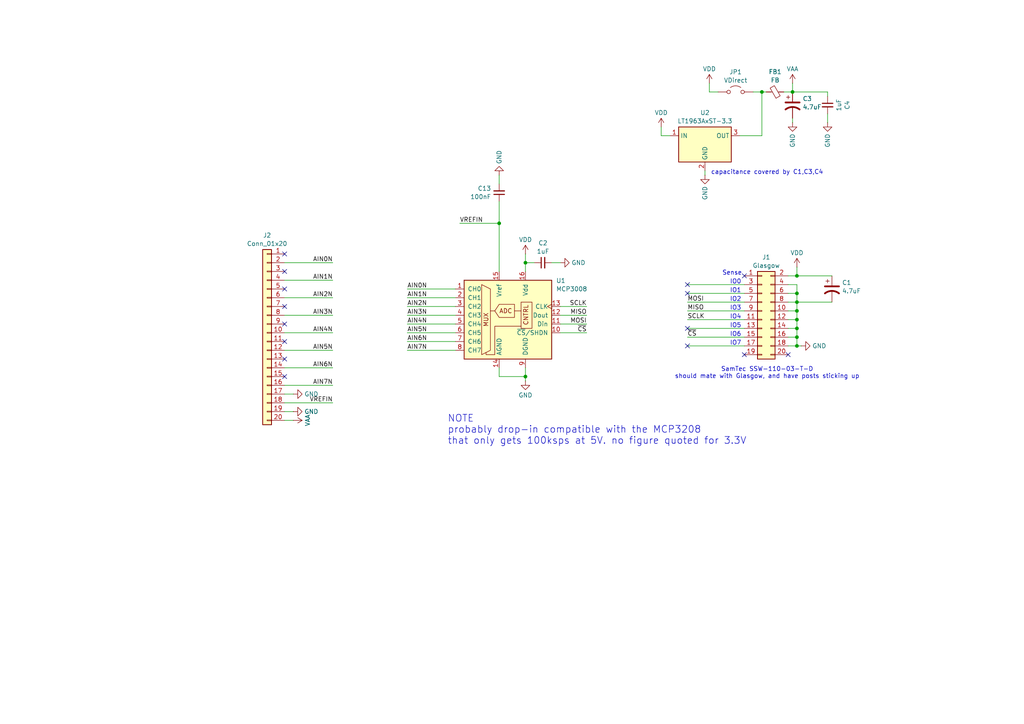
<source format=kicad_sch>
(kicad_sch
	(version 20231120)
	(generator "eeschema")
	(generator_version "8.0")
	(uuid "2788365e-935a-471c-aaba-4a57a0ad4aa0")
	(paper "A4")
	(lib_symbols
		(symbol "Analog_ADC:MCP3008"
			(pin_names
				(offset 1.016)
			)
			(exclude_from_sim no)
			(in_bom yes)
			(on_board yes)
			(property "Reference" "U"
				(at -5.08 13.335 0)
				(effects
					(font
						(size 1.27 1.27)
					)
					(justify right)
				)
			)
			(property "Value" "MCP3008"
				(at -5.08 11.43 0)
				(effects
					(font
						(size 1.27 1.27)
					)
					(justify right)
				)
			)
			(property "Footprint" ""
				(at 2.54 2.54 0)
				(effects
					(font
						(size 1.27 1.27)
					)
					(hide yes)
				)
			)
			(property "Datasheet" "http://ww1.microchip.com/downloads/en/DeviceDoc/21295d.pdf"
				(at 2.54 2.54 0)
				(effects
					(font
						(size 1.27 1.27)
					)
					(hide yes)
				)
			)
			(property "Description" "A/D Converter, 10-Bit, 8-Channel, SPI Interface , 2.7V-5.5V"
				(at 0 0 0)
				(effects
					(font
						(size 1.27 1.27)
					)
					(hide yes)
				)
			)
			(property "ki_keywords" "12bit ADC Reference Single Supply SPI 8CH"
				(at 0 0 0)
				(effects
					(font
						(size 1.27 1.27)
					)
					(hide yes)
				)
			)
			(property "ki_fp_filters" "DIP*W7.62mm* SOIC*3.9x9.9mm*P1.27mm*"
				(at 0 0 0)
				(effects
					(font
						(size 1.27 1.27)
					)
					(hide yes)
				)
			)
			(symbol "MCP3008_0_0"
				(text "ADC"
					(at -0.635 1.27 0)
					(effects
						(font
							(size 1.27 1.27)
						)
					)
				)
				(text "CNTRL"
					(at 5.969 -2.921 900)
					(effects
						(font
							(size 1.27 1.27)
						)
						(justify left bottom)
					)
				)
				(text "MUX"
					(at -6.35 -1.27 900)
					(effects
						(font
							(size 1.27 1.27)
						)
					)
				)
			)
			(symbol "MCP3008_0_1"
				(polyline
					(pts
						(xy -3.81 1.27) (xy -5.08 1.27)
					)
					(stroke
						(width 0)
						(type default)
					)
					(fill
						(type none)
					)
				)
				(polyline
					(pts
						(xy 1.905 1.27) (xy 3.81 1.27)
					)
					(stroke
						(width 0)
						(type default)
					)
					(fill
						(type none)
					)
				)
				(polyline
					(pts
						(xy -7.62 8.89) (xy -7.62 -11.43) (xy -5.08 -10.16) (xy -5.08 7.62) (xy -7.62 8.89)
					)
					(stroke
						(width 0)
						(type default)
					)
					(fill
						(type none)
					)
				)
				(polyline
					(pts
						(xy 3.81 -3.175) (xy -3.81 -3.175) (xy -3.81 -11.43) (xy -6.35 -11.43) (xy -6.35 -10.795)
					)
					(stroke
						(width 0)
						(type default)
					)
					(fill
						(type none)
					)
				)
				(polyline
					(pts
						(xy 1.905 3.175) (xy 1.905 -0.635) (xy -2.54 -0.635) (xy -3.81 1.27) (xy -2.54 3.175) (xy 1.905 3.175)
					)
					(stroke
						(width 0)
						(type default)
					)
					(fill
						(type none)
					)
				)
				(rectangle
					(start 3.81 -3.81)
					(end 6.985 3.81)
					(stroke
						(width 0)
						(type default)
					)
					(fill
						(type none)
					)
				)
				(rectangle
					(start 12.7 -12.7)
					(end -12.7 10.16)
					(stroke
						(width 0.254)
						(type default)
					)
					(fill
						(type background)
					)
				)
			)
			(symbol "MCP3008_1_1"
				(pin input line
					(at -15.24 7.62 0)
					(length 2.54)
					(name "CH0"
						(effects
							(font
								(size 1.27 1.27)
							)
						)
					)
					(number "1"
						(effects
							(font
								(size 1.27 1.27)
							)
						)
					)
				)
				(pin input line
					(at 15.24 -5.08 180)
					(length 2.54)
					(name "~{CS}/SHDN"
						(effects
							(font
								(size 1.27 1.27)
							)
						)
					)
					(number "10"
						(effects
							(font
								(size 1.27 1.27)
							)
						)
					)
				)
				(pin input line
					(at 15.24 -2.54 180)
					(length 2.54)
					(name "Din"
						(effects
							(font
								(size 1.27 1.27)
							)
						)
					)
					(number "11"
						(effects
							(font
								(size 1.27 1.27)
							)
						)
					)
				)
				(pin output line
					(at 15.24 0 180)
					(length 2.54)
					(name "Dout"
						(effects
							(font
								(size 1.27 1.27)
							)
						)
					)
					(number "12"
						(effects
							(font
								(size 1.27 1.27)
							)
						)
					)
				)
				(pin input clock
					(at 15.24 2.54 180)
					(length 2.54)
					(name "CLK"
						(effects
							(font
								(size 1.27 1.27)
							)
						)
					)
					(number "13"
						(effects
							(font
								(size 1.27 1.27)
							)
						)
					)
				)
				(pin power_in line
					(at -2.54 -15.24 90)
					(length 2.54)
					(name "AGND"
						(effects
							(font
								(size 1.27 1.27)
							)
						)
					)
					(number "14"
						(effects
							(font
								(size 1.27 1.27)
							)
						)
					)
				)
				(pin power_in line
					(at -2.54 12.7 270)
					(length 2.54)
					(name "Vref"
						(effects
							(font
								(size 1.27 1.27)
							)
						)
					)
					(number "15"
						(effects
							(font
								(size 1.27 1.27)
							)
						)
					)
				)
				(pin power_in line
					(at 5.08 12.7 270)
					(length 2.54)
					(name "Vdd"
						(effects
							(font
								(size 1.27 1.27)
							)
						)
					)
					(number "16"
						(effects
							(font
								(size 1.27 1.27)
							)
						)
					)
				)
				(pin input line
					(at -15.24 5.08 0)
					(length 2.54)
					(name "CH1"
						(effects
							(font
								(size 1.27 1.27)
							)
						)
					)
					(number "2"
						(effects
							(font
								(size 1.27 1.27)
							)
						)
					)
				)
				(pin input line
					(at -15.24 2.54 0)
					(length 2.54)
					(name "CH2"
						(effects
							(font
								(size 1.27 1.27)
							)
						)
					)
					(number "3"
						(effects
							(font
								(size 1.27 1.27)
							)
						)
					)
				)
				(pin input line
					(at -15.24 0 0)
					(length 2.54)
					(name "CH3"
						(effects
							(font
								(size 1.27 1.27)
							)
						)
					)
					(number "4"
						(effects
							(font
								(size 1.27 1.27)
							)
						)
					)
				)
				(pin input line
					(at -15.24 -2.54 0)
					(length 2.54)
					(name "CH4"
						(effects
							(font
								(size 1.27 1.27)
							)
						)
					)
					(number "5"
						(effects
							(font
								(size 1.27 1.27)
							)
						)
					)
				)
				(pin input line
					(at -15.24 -5.08 0)
					(length 2.54)
					(name "CH5"
						(effects
							(font
								(size 1.27 1.27)
							)
						)
					)
					(number "6"
						(effects
							(font
								(size 1.27 1.27)
							)
						)
					)
				)
				(pin input line
					(at -15.24 -7.62 0)
					(length 2.54)
					(name "CH6"
						(effects
							(font
								(size 1.27 1.27)
							)
						)
					)
					(number "7"
						(effects
							(font
								(size 1.27 1.27)
							)
						)
					)
				)
				(pin input line
					(at -15.24 -10.16 0)
					(length 2.54)
					(name "CH7"
						(effects
							(font
								(size 1.27 1.27)
							)
						)
					)
					(number "8"
						(effects
							(font
								(size 1.27 1.27)
							)
						)
					)
				)
				(pin power_in line
					(at 5.08 -15.24 90)
					(length 2.54)
					(name "DGND"
						(effects
							(font
								(size 1.27 1.27)
							)
						)
					)
					(number "9"
						(effects
							(font
								(size 1.27 1.27)
							)
						)
					)
				)
			)
		)
		(symbol "Connector_Generic:Conn_01x20"
			(pin_names
				(offset 1.016) hide)
			(exclude_from_sim no)
			(in_bom yes)
			(on_board yes)
			(property "Reference" "J"
				(at 0 25.4 0)
				(effects
					(font
						(size 1.27 1.27)
					)
				)
			)
			(property "Value" "Conn_01x20"
				(at 0 -27.94 0)
				(effects
					(font
						(size 1.27 1.27)
					)
				)
			)
			(property "Footprint" ""
				(at 0 0 0)
				(effects
					(font
						(size 1.27 1.27)
					)
					(hide yes)
				)
			)
			(property "Datasheet" "~"
				(at 0 0 0)
				(effects
					(font
						(size 1.27 1.27)
					)
					(hide yes)
				)
			)
			(property "Description" "Generic connector, single row, 01x20, script generated (kicad-library-utils/schlib/autogen/connector/)"
				(at 0 0 0)
				(effects
					(font
						(size 1.27 1.27)
					)
					(hide yes)
				)
			)
			(property "ki_keywords" "connector"
				(at 0 0 0)
				(effects
					(font
						(size 1.27 1.27)
					)
					(hide yes)
				)
			)
			(property "ki_fp_filters" "Connector*:*_1x??_*"
				(at 0 0 0)
				(effects
					(font
						(size 1.27 1.27)
					)
					(hide yes)
				)
			)
			(symbol "Conn_01x20_1_1"
				(rectangle
					(start -1.27 -25.273)
					(end 0 -25.527)
					(stroke
						(width 0.1524)
						(type default)
					)
					(fill
						(type none)
					)
				)
				(rectangle
					(start -1.27 -22.733)
					(end 0 -22.987)
					(stroke
						(width 0.1524)
						(type default)
					)
					(fill
						(type none)
					)
				)
				(rectangle
					(start -1.27 -20.193)
					(end 0 -20.447)
					(stroke
						(width 0.1524)
						(type default)
					)
					(fill
						(type none)
					)
				)
				(rectangle
					(start -1.27 -17.653)
					(end 0 -17.907)
					(stroke
						(width 0.1524)
						(type default)
					)
					(fill
						(type none)
					)
				)
				(rectangle
					(start -1.27 -15.113)
					(end 0 -15.367)
					(stroke
						(width 0.1524)
						(type default)
					)
					(fill
						(type none)
					)
				)
				(rectangle
					(start -1.27 -12.573)
					(end 0 -12.827)
					(stroke
						(width 0.1524)
						(type default)
					)
					(fill
						(type none)
					)
				)
				(rectangle
					(start -1.27 -10.033)
					(end 0 -10.287)
					(stroke
						(width 0.1524)
						(type default)
					)
					(fill
						(type none)
					)
				)
				(rectangle
					(start -1.27 -7.493)
					(end 0 -7.747)
					(stroke
						(width 0.1524)
						(type default)
					)
					(fill
						(type none)
					)
				)
				(rectangle
					(start -1.27 -4.953)
					(end 0 -5.207)
					(stroke
						(width 0.1524)
						(type default)
					)
					(fill
						(type none)
					)
				)
				(rectangle
					(start -1.27 -2.413)
					(end 0 -2.667)
					(stroke
						(width 0.1524)
						(type default)
					)
					(fill
						(type none)
					)
				)
				(rectangle
					(start -1.27 0.127)
					(end 0 -0.127)
					(stroke
						(width 0.1524)
						(type default)
					)
					(fill
						(type none)
					)
				)
				(rectangle
					(start -1.27 2.667)
					(end 0 2.413)
					(stroke
						(width 0.1524)
						(type default)
					)
					(fill
						(type none)
					)
				)
				(rectangle
					(start -1.27 5.207)
					(end 0 4.953)
					(stroke
						(width 0.1524)
						(type default)
					)
					(fill
						(type none)
					)
				)
				(rectangle
					(start -1.27 7.747)
					(end 0 7.493)
					(stroke
						(width 0.1524)
						(type default)
					)
					(fill
						(type none)
					)
				)
				(rectangle
					(start -1.27 10.287)
					(end 0 10.033)
					(stroke
						(width 0.1524)
						(type default)
					)
					(fill
						(type none)
					)
				)
				(rectangle
					(start -1.27 12.827)
					(end 0 12.573)
					(stroke
						(width 0.1524)
						(type default)
					)
					(fill
						(type none)
					)
				)
				(rectangle
					(start -1.27 15.367)
					(end 0 15.113)
					(stroke
						(width 0.1524)
						(type default)
					)
					(fill
						(type none)
					)
				)
				(rectangle
					(start -1.27 17.907)
					(end 0 17.653)
					(stroke
						(width 0.1524)
						(type default)
					)
					(fill
						(type none)
					)
				)
				(rectangle
					(start -1.27 20.447)
					(end 0 20.193)
					(stroke
						(width 0.1524)
						(type default)
					)
					(fill
						(type none)
					)
				)
				(rectangle
					(start -1.27 22.987)
					(end 0 22.733)
					(stroke
						(width 0.1524)
						(type default)
					)
					(fill
						(type none)
					)
				)
				(rectangle
					(start -1.27 24.13)
					(end 1.27 -26.67)
					(stroke
						(width 0.254)
						(type default)
					)
					(fill
						(type background)
					)
				)
				(pin passive line
					(at -5.08 22.86 0)
					(length 3.81)
					(name "Pin_1"
						(effects
							(font
								(size 1.27 1.27)
							)
						)
					)
					(number "1"
						(effects
							(font
								(size 1.27 1.27)
							)
						)
					)
				)
				(pin passive line
					(at -5.08 0 0)
					(length 3.81)
					(name "Pin_10"
						(effects
							(font
								(size 1.27 1.27)
							)
						)
					)
					(number "10"
						(effects
							(font
								(size 1.27 1.27)
							)
						)
					)
				)
				(pin passive line
					(at -5.08 -2.54 0)
					(length 3.81)
					(name "Pin_11"
						(effects
							(font
								(size 1.27 1.27)
							)
						)
					)
					(number "11"
						(effects
							(font
								(size 1.27 1.27)
							)
						)
					)
				)
				(pin passive line
					(at -5.08 -5.08 0)
					(length 3.81)
					(name "Pin_12"
						(effects
							(font
								(size 1.27 1.27)
							)
						)
					)
					(number "12"
						(effects
							(font
								(size 1.27 1.27)
							)
						)
					)
				)
				(pin passive line
					(at -5.08 -7.62 0)
					(length 3.81)
					(name "Pin_13"
						(effects
							(font
								(size 1.27 1.27)
							)
						)
					)
					(number "13"
						(effects
							(font
								(size 1.27 1.27)
							)
						)
					)
				)
				(pin passive line
					(at -5.08 -10.16 0)
					(length 3.81)
					(name "Pin_14"
						(effects
							(font
								(size 1.27 1.27)
							)
						)
					)
					(number "14"
						(effects
							(font
								(size 1.27 1.27)
							)
						)
					)
				)
				(pin passive line
					(at -5.08 -12.7 0)
					(length 3.81)
					(name "Pin_15"
						(effects
							(font
								(size 1.27 1.27)
							)
						)
					)
					(number "15"
						(effects
							(font
								(size 1.27 1.27)
							)
						)
					)
				)
				(pin passive line
					(at -5.08 -15.24 0)
					(length 3.81)
					(name "Pin_16"
						(effects
							(font
								(size 1.27 1.27)
							)
						)
					)
					(number "16"
						(effects
							(font
								(size 1.27 1.27)
							)
						)
					)
				)
				(pin passive line
					(at -5.08 -17.78 0)
					(length 3.81)
					(name "Pin_17"
						(effects
							(font
								(size 1.27 1.27)
							)
						)
					)
					(number "17"
						(effects
							(font
								(size 1.27 1.27)
							)
						)
					)
				)
				(pin passive line
					(at -5.08 -20.32 0)
					(length 3.81)
					(name "Pin_18"
						(effects
							(font
								(size 1.27 1.27)
							)
						)
					)
					(number "18"
						(effects
							(font
								(size 1.27 1.27)
							)
						)
					)
				)
				(pin passive line
					(at -5.08 -22.86 0)
					(length 3.81)
					(name "Pin_19"
						(effects
							(font
								(size 1.27 1.27)
							)
						)
					)
					(number "19"
						(effects
							(font
								(size 1.27 1.27)
							)
						)
					)
				)
				(pin passive line
					(at -5.08 20.32 0)
					(length 3.81)
					(name "Pin_2"
						(effects
							(font
								(size 1.27 1.27)
							)
						)
					)
					(number "2"
						(effects
							(font
								(size 1.27 1.27)
							)
						)
					)
				)
				(pin passive line
					(at -5.08 -25.4 0)
					(length 3.81)
					(name "Pin_20"
						(effects
							(font
								(size 1.27 1.27)
							)
						)
					)
					(number "20"
						(effects
							(font
								(size 1.27 1.27)
							)
						)
					)
				)
				(pin passive line
					(at -5.08 17.78 0)
					(length 3.81)
					(name "Pin_3"
						(effects
							(font
								(size 1.27 1.27)
							)
						)
					)
					(number "3"
						(effects
							(font
								(size 1.27 1.27)
							)
						)
					)
				)
				(pin passive line
					(at -5.08 15.24 0)
					(length 3.81)
					(name "Pin_4"
						(effects
							(font
								(size 1.27 1.27)
							)
						)
					)
					(number "4"
						(effects
							(font
								(size 1.27 1.27)
							)
						)
					)
				)
				(pin passive line
					(at -5.08 12.7 0)
					(length 3.81)
					(name "Pin_5"
						(effects
							(font
								(size 1.27 1.27)
							)
						)
					)
					(number "5"
						(effects
							(font
								(size 1.27 1.27)
							)
						)
					)
				)
				(pin passive line
					(at -5.08 10.16 0)
					(length 3.81)
					(name "Pin_6"
						(effects
							(font
								(size 1.27 1.27)
							)
						)
					)
					(number "6"
						(effects
							(font
								(size 1.27 1.27)
							)
						)
					)
				)
				(pin passive line
					(at -5.08 7.62 0)
					(length 3.81)
					(name "Pin_7"
						(effects
							(font
								(size 1.27 1.27)
							)
						)
					)
					(number "7"
						(effects
							(font
								(size 1.27 1.27)
							)
						)
					)
				)
				(pin passive line
					(at -5.08 5.08 0)
					(length 3.81)
					(name "Pin_8"
						(effects
							(font
								(size 1.27 1.27)
							)
						)
					)
					(number "8"
						(effects
							(font
								(size 1.27 1.27)
							)
						)
					)
				)
				(pin passive line
					(at -5.08 2.54 0)
					(length 3.81)
					(name "Pin_9"
						(effects
							(font
								(size 1.27 1.27)
							)
						)
					)
					(number "9"
						(effects
							(font
								(size 1.27 1.27)
							)
						)
					)
				)
			)
		)
		(symbol "Connector_Generic:Conn_02x10_Odd_Even"
			(pin_names
				(offset 1.016) hide)
			(exclude_from_sim no)
			(in_bom yes)
			(on_board yes)
			(property "Reference" "J"
				(at 1.27 12.7 0)
				(effects
					(font
						(size 1.27 1.27)
					)
				)
			)
			(property "Value" "Conn_02x10_Odd_Even"
				(at 1.27 -15.24 0)
				(effects
					(font
						(size 1.27 1.27)
					)
				)
			)
			(property "Footprint" ""
				(at 0 0 0)
				(effects
					(font
						(size 1.27 1.27)
					)
					(hide yes)
				)
			)
			(property "Datasheet" "~"
				(at 0 0 0)
				(effects
					(font
						(size 1.27 1.27)
					)
					(hide yes)
				)
			)
			(property "Description" "Generic connector, double row, 02x10, odd/even pin numbering scheme (row 1 odd numbers, row 2 even numbers), script generated (kicad-library-utils/schlib/autogen/connector/)"
				(at 0 0 0)
				(effects
					(font
						(size 1.27 1.27)
					)
					(hide yes)
				)
			)
			(property "ki_keywords" "connector"
				(at 0 0 0)
				(effects
					(font
						(size 1.27 1.27)
					)
					(hide yes)
				)
			)
			(property "ki_fp_filters" "Connector*:*_2x??_*"
				(at 0 0 0)
				(effects
					(font
						(size 1.27 1.27)
					)
					(hide yes)
				)
			)
			(symbol "Conn_02x10_Odd_Even_1_1"
				(rectangle
					(start -1.27 -12.573)
					(end 0 -12.827)
					(stroke
						(width 0.1524)
						(type default)
					)
					(fill
						(type none)
					)
				)
				(rectangle
					(start -1.27 -10.033)
					(end 0 -10.287)
					(stroke
						(width 0.1524)
						(type default)
					)
					(fill
						(type none)
					)
				)
				(rectangle
					(start -1.27 -7.493)
					(end 0 -7.747)
					(stroke
						(width 0.1524)
						(type default)
					)
					(fill
						(type none)
					)
				)
				(rectangle
					(start -1.27 -4.953)
					(end 0 -5.207)
					(stroke
						(width 0.1524)
						(type default)
					)
					(fill
						(type none)
					)
				)
				(rectangle
					(start -1.27 -2.413)
					(end 0 -2.667)
					(stroke
						(width 0.1524)
						(type default)
					)
					(fill
						(type none)
					)
				)
				(rectangle
					(start -1.27 0.127)
					(end 0 -0.127)
					(stroke
						(width 0.1524)
						(type default)
					)
					(fill
						(type none)
					)
				)
				(rectangle
					(start -1.27 2.667)
					(end 0 2.413)
					(stroke
						(width 0.1524)
						(type default)
					)
					(fill
						(type none)
					)
				)
				(rectangle
					(start -1.27 5.207)
					(end 0 4.953)
					(stroke
						(width 0.1524)
						(type default)
					)
					(fill
						(type none)
					)
				)
				(rectangle
					(start -1.27 7.747)
					(end 0 7.493)
					(stroke
						(width 0.1524)
						(type default)
					)
					(fill
						(type none)
					)
				)
				(rectangle
					(start -1.27 10.287)
					(end 0 10.033)
					(stroke
						(width 0.1524)
						(type default)
					)
					(fill
						(type none)
					)
				)
				(rectangle
					(start -1.27 11.43)
					(end 3.81 -13.97)
					(stroke
						(width 0.254)
						(type default)
					)
					(fill
						(type background)
					)
				)
				(rectangle
					(start 3.81 -12.573)
					(end 2.54 -12.827)
					(stroke
						(width 0.1524)
						(type default)
					)
					(fill
						(type none)
					)
				)
				(rectangle
					(start 3.81 -10.033)
					(end 2.54 -10.287)
					(stroke
						(width 0.1524)
						(type default)
					)
					(fill
						(type none)
					)
				)
				(rectangle
					(start 3.81 -7.493)
					(end 2.54 -7.747)
					(stroke
						(width 0.1524)
						(type default)
					)
					(fill
						(type none)
					)
				)
				(rectangle
					(start 3.81 -4.953)
					(end 2.54 -5.207)
					(stroke
						(width 0.1524)
						(type default)
					)
					(fill
						(type none)
					)
				)
				(rectangle
					(start 3.81 -2.413)
					(end 2.54 -2.667)
					(stroke
						(width 0.1524)
						(type default)
					)
					(fill
						(type none)
					)
				)
				(rectangle
					(start 3.81 0.127)
					(end 2.54 -0.127)
					(stroke
						(width 0.1524)
						(type default)
					)
					(fill
						(type none)
					)
				)
				(rectangle
					(start 3.81 2.667)
					(end 2.54 2.413)
					(stroke
						(width 0.1524)
						(type default)
					)
					(fill
						(type none)
					)
				)
				(rectangle
					(start 3.81 5.207)
					(end 2.54 4.953)
					(stroke
						(width 0.1524)
						(type default)
					)
					(fill
						(type none)
					)
				)
				(rectangle
					(start 3.81 7.747)
					(end 2.54 7.493)
					(stroke
						(width 0.1524)
						(type default)
					)
					(fill
						(type none)
					)
				)
				(rectangle
					(start 3.81 10.287)
					(end 2.54 10.033)
					(stroke
						(width 0.1524)
						(type default)
					)
					(fill
						(type none)
					)
				)
				(pin passive line
					(at -5.08 10.16 0)
					(length 3.81)
					(name "Pin_1"
						(effects
							(font
								(size 1.27 1.27)
							)
						)
					)
					(number "1"
						(effects
							(font
								(size 1.27 1.27)
							)
						)
					)
				)
				(pin passive line
					(at 7.62 0 180)
					(length 3.81)
					(name "Pin_10"
						(effects
							(font
								(size 1.27 1.27)
							)
						)
					)
					(number "10"
						(effects
							(font
								(size 1.27 1.27)
							)
						)
					)
				)
				(pin passive line
					(at -5.08 -2.54 0)
					(length 3.81)
					(name "Pin_11"
						(effects
							(font
								(size 1.27 1.27)
							)
						)
					)
					(number "11"
						(effects
							(font
								(size 1.27 1.27)
							)
						)
					)
				)
				(pin passive line
					(at 7.62 -2.54 180)
					(length 3.81)
					(name "Pin_12"
						(effects
							(font
								(size 1.27 1.27)
							)
						)
					)
					(number "12"
						(effects
							(font
								(size 1.27 1.27)
							)
						)
					)
				)
				(pin passive line
					(at -5.08 -5.08 0)
					(length 3.81)
					(name "Pin_13"
						(effects
							(font
								(size 1.27 1.27)
							)
						)
					)
					(number "13"
						(effects
							(font
								(size 1.27 1.27)
							)
						)
					)
				)
				(pin passive line
					(at 7.62 -5.08 180)
					(length 3.81)
					(name "Pin_14"
						(effects
							(font
								(size 1.27 1.27)
							)
						)
					)
					(number "14"
						(effects
							(font
								(size 1.27 1.27)
							)
						)
					)
				)
				(pin passive line
					(at -5.08 -7.62 0)
					(length 3.81)
					(name "Pin_15"
						(effects
							(font
								(size 1.27 1.27)
							)
						)
					)
					(number "15"
						(effects
							(font
								(size 1.27 1.27)
							)
						)
					)
				)
				(pin passive line
					(at 7.62 -7.62 180)
					(length 3.81)
					(name "Pin_16"
						(effects
							(font
								(size 1.27 1.27)
							)
						)
					)
					(number "16"
						(effects
							(font
								(size 1.27 1.27)
							)
						)
					)
				)
				(pin passive line
					(at -5.08 -10.16 0)
					(length 3.81)
					(name "Pin_17"
						(effects
							(font
								(size 1.27 1.27)
							)
						)
					)
					(number "17"
						(effects
							(font
								(size 1.27 1.27)
							)
						)
					)
				)
				(pin passive line
					(at 7.62 -10.16 180)
					(length 3.81)
					(name "Pin_18"
						(effects
							(font
								(size 1.27 1.27)
							)
						)
					)
					(number "18"
						(effects
							(font
								(size 1.27 1.27)
							)
						)
					)
				)
				(pin passive line
					(at -5.08 -12.7 0)
					(length 3.81)
					(name "Pin_19"
						(effects
							(font
								(size 1.27 1.27)
							)
						)
					)
					(number "19"
						(effects
							(font
								(size 1.27 1.27)
							)
						)
					)
				)
				(pin passive line
					(at 7.62 10.16 180)
					(length 3.81)
					(name "Pin_2"
						(effects
							(font
								(size 1.27 1.27)
							)
						)
					)
					(number "2"
						(effects
							(font
								(size 1.27 1.27)
							)
						)
					)
				)
				(pin passive line
					(at 7.62 -12.7 180)
					(length 3.81)
					(name "Pin_20"
						(effects
							(font
								(size 1.27 1.27)
							)
						)
					)
					(number "20"
						(effects
							(font
								(size 1.27 1.27)
							)
						)
					)
				)
				(pin passive line
					(at -5.08 7.62 0)
					(length 3.81)
					(name "Pin_3"
						(effects
							(font
								(size 1.27 1.27)
							)
						)
					)
					(number "3"
						(effects
							(font
								(size 1.27 1.27)
							)
						)
					)
				)
				(pin passive line
					(at 7.62 7.62 180)
					(length 3.81)
					(name "Pin_4"
						(effects
							(font
								(size 1.27 1.27)
							)
						)
					)
					(number "4"
						(effects
							(font
								(size 1.27 1.27)
							)
						)
					)
				)
				(pin passive line
					(at -5.08 5.08 0)
					(length 3.81)
					(name "Pin_5"
						(effects
							(font
								(size 1.27 1.27)
							)
						)
					)
					(number "5"
						(effects
							(font
								(size 1.27 1.27)
							)
						)
					)
				)
				(pin passive line
					(at 7.62 5.08 180)
					(length 3.81)
					(name "Pin_6"
						(effects
							(font
								(size 1.27 1.27)
							)
						)
					)
					(number "6"
						(effects
							(font
								(size 1.27 1.27)
							)
						)
					)
				)
				(pin passive line
					(at -5.08 2.54 0)
					(length 3.81)
					(name "Pin_7"
						(effects
							(font
								(size 1.27 1.27)
							)
						)
					)
					(number "7"
						(effects
							(font
								(size 1.27 1.27)
							)
						)
					)
				)
				(pin passive line
					(at 7.62 2.54 180)
					(length 3.81)
					(name "Pin_8"
						(effects
							(font
								(size 1.27 1.27)
							)
						)
					)
					(number "8"
						(effects
							(font
								(size 1.27 1.27)
							)
						)
					)
				)
				(pin passive line
					(at -5.08 0 0)
					(length 3.81)
					(name "Pin_9"
						(effects
							(font
								(size 1.27 1.27)
							)
						)
					)
					(number "9"
						(effects
							(font
								(size 1.27 1.27)
							)
						)
					)
				)
			)
		)
		(symbol "Device:C_Polarized_US"
			(pin_numbers hide)
			(pin_names
				(offset 0.254) hide)
			(exclude_from_sim no)
			(in_bom yes)
			(on_board yes)
			(property "Reference" "C"
				(at 0.635 2.54 0)
				(effects
					(font
						(size 1.27 1.27)
					)
					(justify left)
				)
			)
			(property "Value" "C_Polarized_US"
				(at 0.635 -2.54 0)
				(effects
					(font
						(size 1.27 1.27)
					)
					(justify left)
				)
			)
			(property "Footprint" ""
				(at 0 0 0)
				(effects
					(font
						(size 1.27 1.27)
					)
					(hide yes)
				)
			)
			(property "Datasheet" "~"
				(at 0 0 0)
				(effects
					(font
						(size 1.27 1.27)
					)
					(hide yes)
				)
			)
			(property "Description" "Polarized capacitor, US symbol"
				(at 0 0 0)
				(effects
					(font
						(size 1.27 1.27)
					)
					(hide yes)
				)
			)
			(property "ki_keywords" "cap capacitor"
				(at 0 0 0)
				(effects
					(font
						(size 1.27 1.27)
					)
					(hide yes)
				)
			)
			(property "ki_fp_filters" "CP_*"
				(at 0 0 0)
				(effects
					(font
						(size 1.27 1.27)
					)
					(hide yes)
				)
			)
			(symbol "C_Polarized_US_0_1"
				(polyline
					(pts
						(xy -2.032 0.762) (xy 2.032 0.762)
					)
					(stroke
						(width 0.508)
						(type default)
					)
					(fill
						(type none)
					)
				)
				(polyline
					(pts
						(xy -1.778 2.286) (xy -0.762 2.286)
					)
					(stroke
						(width 0)
						(type default)
					)
					(fill
						(type none)
					)
				)
				(polyline
					(pts
						(xy -1.27 1.778) (xy -1.27 2.794)
					)
					(stroke
						(width 0)
						(type default)
					)
					(fill
						(type none)
					)
				)
				(arc
					(start 2.032 -1.27)
					(mid 0 -0.5572)
					(end -2.032 -1.27)
					(stroke
						(width 0.508)
						(type default)
					)
					(fill
						(type none)
					)
				)
			)
			(symbol "C_Polarized_US_1_1"
				(pin passive line
					(at 0 3.81 270)
					(length 2.794)
					(name "~"
						(effects
							(font
								(size 1.27 1.27)
							)
						)
					)
					(number "1"
						(effects
							(font
								(size 1.27 1.27)
							)
						)
					)
				)
				(pin passive line
					(at 0 -3.81 90)
					(length 3.302)
					(name "~"
						(effects
							(font
								(size 1.27 1.27)
							)
						)
					)
					(number "2"
						(effects
							(font
								(size 1.27 1.27)
							)
						)
					)
				)
			)
		)
		(symbol "Device:C_Small"
			(pin_numbers hide)
			(pin_names
				(offset 0.254) hide)
			(exclude_from_sim no)
			(in_bom yes)
			(on_board yes)
			(property "Reference" "C"
				(at 0.254 1.778 0)
				(effects
					(font
						(size 1.27 1.27)
					)
					(justify left)
				)
			)
			(property "Value" "C_Small"
				(at 0.254 -2.032 0)
				(effects
					(font
						(size 1.27 1.27)
					)
					(justify left)
				)
			)
			(property "Footprint" ""
				(at 0 0 0)
				(effects
					(font
						(size 1.27 1.27)
					)
					(hide yes)
				)
			)
			(property "Datasheet" "~"
				(at 0 0 0)
				(effects
					(font
						(size 1.27 1.27)
					)
					(hide yes)
				)
			)
			(property "Description" "Unpolarized capacitor, small symbol"
				(at 0 0 0)
				(effects
					(font
						(size 1.27 1.27)
					)
					(hide yes)
				)
			)
			(property "ki_keywords" "capacitor cap"
				(at 0 0 0)
				(effects
					(font
						(size 1.27 1.27)
					)
					(hide yes)
				)
			)
			(property "ki_fp_filters" "C_*"
				(at 0 0 0)
				(effects
					(font
						(size 1.27 1.27)
					)
					(hide yes)
				)
			)
			(symbol "C_Small_0_1"
				(polyline
					(pts
						(xy -1.524 -0.508) (xy 1.524 -0.508)
					)
					(stroke
						(width 0.3302)
						(type default)
					)
					(fill
						(type none)
					)
				)
				(polyline
					(pts
						(xy -1.524 0.508) (xy 1.524 0.508)
					)
					(stroke
						(width 0.3048)
						(type default)
					)
					(fill
						(type none)
					)
				)
			)
			(symbol "C_Small_1_1"
				(pin passive line
					(at 0 2.54 270)
					(length 2.032)
					(name "~"
						(effects
							(font
								(size 1.27 1.27)
							)
						)
					)
					(number "1"
						(effects
							(font
								(size 1.27 1.27)
							)
						)
					)
				)
				(pin passive line
					(at 0 -2.54 90)
					(length 2.032)
					(name "~"
						(effects
							(font
								(size 1.27 1.27)
							)
						)
					)
					(number "2"
						(effects
							(font
								(size 1.27 1.27)
							)
						)
					)
				)
			)
		)
		(symbol "Device:FerriteBead_Small"
			(pin_numbers hide)
			(pin_names
				(offset 0)
			)
			(exclude_from_sim no)
			(in_bom yes)
			(on_board yes)
			(property "Reference" "FB"
				(at 1.905 1.27 0)
				(effects
					(font
						(size 1.27 1.27)
					)
					(justify left)
				)
			)
			(property "Value" "FerriteBead_Small"
				(at 1.905 -1.27 0)
				(effects
					(font
						(size 1.27 1.27)
					)
					(justify left)
				)
			)
			(property "Footprint" ""
				(at -1.778 0 90)
				(effects
					(font
						(size 1.27 1.27)
					)
					(hide yes)
				)
			)
			(property "Datasheet" "~"
				(at 0 0 0)
				(effects
					(font
						(size 1.27 1.27)
					)
					(hide yes)
				)
			)
			(property "Description" "Ferrite bead, small symbol"
				(at 0 0 0)
				(effects
					(font
						(size 1.27 1.27)
					)
					(hide yes)
				)
			)
			(property "ki_keywords" "L ferrite bead inductor filter"
				(at 0 0 0)
				(effects
					(font
						(size 1.27 1.27)
					)
					(hide yes)
				)
			)
			(property "ki_fp_filters" "Inductor_* L_* *Ferrite*"
				(at 0 0 0)
				(effects
					(font
						(size 1.27 1.27)
					)
					(hide yes)
				)
			)
			(symbol "FerriteBead_Small_0_1"
				(polyline
					(pts
						(xy 0 -1.27) (xy 0 -0.7874)
					)
					(stroke
						(width 0)
						(type default)
					)
					(fill
						(type none)
					)
				)
				(polyline
					(pts
						(xy 0 0.889) (xy 0 1.2954)
					)
					(stroke
						(width 0)
						(type default)
					)
					(fill
						(type none)
					)
				)
				(polyline
					(pts
						(xy -1.8288 0.2794) (xy -1.1176 1.4986) (xy 1.8288 -0.2032) (xy 1.1176 -1.4224) (xy -1.8288 0.2794)
					)
					(stroke
						(width 0)
						(type default)
					)
					(fill
						(type none)
					)
				)
			)
			(symbol "FerriteBead_Small_1_1"
				(pin passive line
					(at 0 2.54 270)
					(length 1.27)
					(name "~"
						(effects
							(font
								(size 1.27 1.27)
							)
						)
					)
					(number "1"
						(effects
							(font
								(size 1.27 1.27)
							)
						)
					)
				)
				(pin passive line
					(at 0 -2.54 90)
					(length 1.27)
					(name "~"
						(effects
							(font
								(size 1.27 1.27)
							)
						)
					)
					(number "2"
						(effects
							(font
								(size 1.27 1.27)
							)
						)
					)
				)
			)
		)
		(symbol "Jumper:Jumper_2_Open"
			(pin_numbers hide)
			(pin_names
				(offset 0) hide)
			(exclude_from_sim yes)
			(in_bom yes)
			(on_board yes)
			(property "Reference" "JP"
				(at 0 2.794 0)
				(effects
					(font
						(size 1.27 1.27)
					)
				)
			)
			(property "Value" "Jumper_2_Open"
				(at 0 -2.286 0)
				(effects
					(font
						(size 1.27 1.27)
					)
				)
			)
			(property "Footprint" ""
				(at 0 0 0)
				(effects
					(font
						(size 1.27 1.27)
					)
					(hide yes)
				)
			)
			(property "Datasheet" "~"
				(at 0 0 0)
				(effects
					(font
						(size 1.27 1.27)
					)
					(hide yes)
				)
			)
			(property "Description" "Jumper, 2-pole, open"
				(at 0 0 0)
				(effects
					(font
						(size 1.27 1.27)
					)
					(hide yes)
				)
			)
			(property "ki_keywords" "Jumper SPST"
				(at 0 0 0)
				(effects
					(font
						(size 1.27 1.27)
					)
					(hide yes)
				)
			)
			(property "ki_fp_filters" "Jumper* TestPoint*2Pads* TestPoint*Bridge*"
				(at 0 0 0)
				(effects
					(font
						(size 1.27 1.27)
					)
					(hide yes)
				)
			)
			(symbol "Jumper_2_Open_0_0"
				(circle
					(center -2.032 0)
					(radius 0.508)
					(stroke
						(width 0)
						(type default)
					)
					(fill
						(type none)
					)
				)
				(circle
					(center 2.032 0)
					(radius 0.508)
					(stroke
						(width 0)
						(type default)
					)
					(fill
						(type none)
					)
				)
			)
			(symbol "Jumper_2_Open_0_1"
				(arc
					(start 1.524 1.27)
					(mid 0 1.778)
					(end -1.524 1.27)
					(stroke
						(width 0)
						(type default)
					)
					(fill
						(type none)
					)
				)
			)
			(symbol "Jumper_2_Open_1_1"
				(pin passive line
					(at -5.08 0 0)
					(length 2.54)
					(name "A"
						(effects
							(font
								(size 1.27 1.27)
							)
						)
					)
					(number "1"
						(effects
							(font
								(size 1.27 1.27)
							)
						)
					)
				)
				(pin passive line
					(at 5.08 0 180)
					(length 2.54)
					(name "B"
						(effects
							(font
								(size 1.27 1.27)
							)
						)
					)
					(number "2"
						(effects
							(font
								(size 1.27 1.27)
							)
						)
					)
				)
			)
		)
		(symbol "Regulator_Linear:LT1963AxST-3.3"
			(exclude_from_sim no)
			(in_bom yes)
			(on_board yes)
			(property "Reference" "U"
				(at -7.62 6.35 0)
				(effects
					(font
						(size 1.27 1.27)
					)
					(justify left)
				)
			)
			(property "Value" "LT1963AxST-3.3"
				(at -1.27 6.35 0)
				(effects
					(font
						(size 1.27 1.27)
					)
					(justify left)
				)
			)
			(property "Footprint" "Package_TO_SOT_SMD:SOT-223-3_TabPin2"
				(at 0 -11.43 0)
				(effects
					(font
						(size 1.27 1.27)
					)
					(hide yes)
				)
			)
			(property "Datasheet" "https://www.analog.com/media/en/technical-documentation/data-sheets/1963aff.pdf"
				(at 0 -13.97 0)
				(effects
					(font
						(size 1.27 1.27)
					)
					(hide yes)
				)
			)
			(property "Description" "3.3V, 1.5A, Low Noise, Fast Transient Response LDO Regulator, SOT-223"
				(at 0 0 0)
				(effects
					(font
						(size 1.27 1.27)
					)
					(hide yes)
				)
			)
			(property "ki_keywords" "LDO voltage regulator fixed"
				(at 0 0 0)
				(effects
					(font
						(size 1.27 1.27)
					)
					(hide yes)
				)
			)
			(property "ki_fp_filters" "SOT*223*"
				(at 0 0 0)
				(effects
					(font
						(size 1.27 1.27)
					)
					(hide yes)
				)
			)
			(symbol "LT1963AxST-3.3_0_1"
				(rectangle
					(start -7.62 5.08)
					(end 7.62 -5.08)
					(stroke
						(width 0.254)
						(type default)
					)
					(fill
						(type background)
					)
				)
			)
			(symbol "LT1963AxST-3.3_1_1"
				(pin power_in line
					(at -10.16 2.54 0)
					(length 2.54)
					(name "IN"
						(effects
							(font
								(size 1.27 1.27)
							)
						)
					)
					(number "1"
						(effects
							(font
								(size 1.27 1.27)
							)
						)
					)
				)
				(pin power_in line
					(at 0 -7.62 90)
					(length 2.54)
					(name "GND"
						(effects
							(font
								(size 1.27 1.27)
							)
						)
					)
					(number "2"
						(effects
							(font
								(size 1.27 1.27)
							)
						)
					)
				)
				(pin power_out line
					(at 10.16 2.54 180)
					(length 2.54)
					(name "OUT"
						(effects
							(font
								(size 1.27 1.27)
							)
						)
					)
					(number "3"
						(effects
							(font
								(size 1.27 1.27)
							)
						)
					)
				)
			)
		)
		(symbol "power:GND"
			(power)
			(pin_numbers hide)
			(pin_names
				(offset 0) hide)
			(exclude_from_sim no)
			(in_bom yes)
			(on_board yes)
			(property "Reference" "#PWR"
				(at 0 -6.35 0)
				(effects
					(font
						(size 1.27 1.27)
					)
					(hide yes)
				)
			)
			(property "Value" "GND"
				(at 0 -3.81 0)
				(effects
					(font
						(size 1.27 1.27)
					)
				)
			)
			(property "Footprint" ""
				(at 0 0 0)
				(effects
					(font
						(size 1.27 1.27)
					)
					(hide yes)
				)
			)
			(property "Datasheet" ""
				(at 0 0 0)
				(effects
					(font
						(size 1.27 1.27)
					)
					(hide yes)
				)
			)
			(property "Description" "Power symbol creates a global label with name \"GND\" , ground"
				(at 0 0 0)
				(effects
					(font
						(size 1.27 1.27)
					)
					(hide yes)
				)
			)
			(property "ki_keywords" "global power"
				(at 0 0 0)
				(effects
					(font
						(size 1.27 1.27)
					)
					(hide yes)
				)
			)
			(symbol "GND_0_1"
				(polyline
					(pts
						(xy 0 0) (xy 0 -1.27) (xy 1.27 -1.27) (xy 0 -2.54) (xy -1.27 -1.27) (xy 0 -1.27)
					)
					(stroke
						(width 0)
						(type default)
					)
					(fill
						(type none)
					)
				)
			)
			(symbol "GND_1_1"
				(pin power_in line
					(at 0 0 270)
					(length 0)
					(name "~"
						(effects
							(font
								(size 1.27 1.27)
							)
						)
					)
					(number "1"
						(effects
							(font
								(size 1.27 1.27)
							)
						)
					)
				)
			)
		)
		(symbol "power:VAA"
			(power)
			(pin_numbers hide)
			(pin_names
				(offset 0) hide)
			(exclude_from_sim no)
			(in_bom yes)
			(on_board yes)
			(property "Reference" "#PWR"
				(at 0 -3.81 0)
				(effects
					(font
						(size 1.27 1.27)
					)
					(hide yes)
				)
			)
			(property "Value" "VAA"
				(at 0 3.556 0)
				(effects
					(font
						(size 1.27 1.27)
					)
				)
			)
			(property "Footprint" ""
				(at 0 0 0)
				(effects
					(font
						(size 1.27 1.27)
					)
					(hide yes)
				)
			)
			(property "Datasheet" ""
				(at 0 0 0)
				(effects
					(font
						(size 1.27 1.27)
					)
					(hide yes)
				)
			)
			(property "Description" "Power symbol creates a global label with name \"VAA\""
				(at 0 0 0)
				(effects
					(font
						(size 1.27 1.27)
					)
					(hide yes)
				)
			)
			(property "ki_keywords" "global power"
				(at 0 0 0)
				(effects
					(font
						(size 1.27 1.27)
					)
					(hide yes)
				)
			)
			(symbol "VAA_0_1"
				(polyline
					(pts
						(xy -0.762 1.27) (xy 0 2.54)
					)
					(stroke
						(width 0)
						(type default)
					)
					(fill
						(type none)
					)
				)
				(polyline
					(pts
						(xy 0 0) (xy 0 2.54)
					)
					(stroke
						(width 0)
						(type default)
					)
					(fill
						(type none)
					)
				)
				(polyline
					(pts
						(xy 0 2.54) (xy 0.762 1.27)
					)
					(stroke
						(width 0)
						(type default)
					)
					(fill
						(type none)
					)
				)
			)
			(symbol "VAA_1_1"
				(pin power_in line
					(at 0 0 90)
					(length 0)
					(name "~"
						(effects
							(font
								(size 1.27 1.27)
							)
						)
					)
					(number "1"
						(effects
							(font
								(size 1.27 1.27)
							)
						)
					)
				)
			)
		)
		(symbol "power:VDD"
			(power)
			(pin_numbers hide)
			(pin_names
				(offset 0) hide)
			(exclude_from_sim no)
			(in_bom yes)
			(on_board yes)
			(property "Reference" "#PWR"
				(at 0 -3.81 0)
				(effects
					(font
						(size 1.27 1.27)
					)
					(hide yes)
				)
			)
			(property "Value" "VDD"
				(at 0 3.556 0)
				(effects
					(font
						(size 1.27 1.27)
					)
				)
			)
			(property "Footprint" ""
				(at 0 0 0)
				(effects
					(font
						(size 1.27 1.27)
					)
					(hide yes)
				)
			)
			(property "Datasheet" ""
				(at 0 0 0)
				(effects
					(font
						(size 1.27 1.27)
					)
					(hide yes)
				)
			)
			(property "Description" "Power symbol creates a global label with name \"VDD\""
				(at 0 0 0)
				(effects
					(font
						(size 1.27 1.27)
					)
					(hide yes)
				)
			)
			(property "ki_keywords" "global power"
				(at 0 0 0)
				(effects
					(font
						(size 1.27 1.27)
					)
					(hide yes)
				)
			)
			(symbol "VDD_0_1"
				(polyline
					(pts
						(xy -0.762 1.27) (xy 0 2.54)
					)
					(stroke
						(width 0)
						(type default)
					)
					(fill
						(type none)
					)
				)
				(polyline
					(pts
						(xy 0 0) (xy 0 2.54)
					)
					(stroke
						(width 0)
						(type default)
					)
					(fill
						(type none)
					)
				)
				(polyline
					(pts
						(xy 0 2.54) (xy 0.762 1.27)
					)
					(stroke
						(width 0)
						(type default)
					)
					(fill
						(type none)
					)
				)
			)
			(symbol "VDD_1_1"
				(pin power_in line
					(at 0 0 90)
					(length 0)
					(name "~"
						(effects
							(font
								(size 1.27 1.27)
							)
						)
					)
					(number "1"
						(effects
							(font
								(size 1.27 1.27)
							)
						)
					)
				)
			)
		)
	)
	(junction
		(at 144.78 64.77)
		(diameter 0)
		(color 0 0 0 0)
		(uuid "05e10925-c814-415f-9875-8585a214a71d")
	)
	(junction
		(at 152.4 109.22)
		(diameter 0)
		(color 0 0 0 0)
		(uuid "1da865b2-2528-479c-b25a-75b998de5e8a")
	)
	(junction
		(at 229.87 26.67)
		(diameter 0)
		(color 0 0 0 0)
		(uuid "1e694636-1b81-40e0-bc46-2bfa5f62d638")
	)
	(junction
		(at 231.14 80.01)
		(diameter 0)
		(color 0 0 0 0)
		(uuid "3d3bd86c-e65b-4945-a4d3-7c01fcf6b673")
	)
	(junction
		(at 231.14 95.25)
		(diameter 0)
		(color 0 0 0 0)
		(uuid "4f1a0d22-cf5e-476f-8b2d-3220c866a093")
	)
	(junction
		(at 231.14 92.71)
		(diameter 0)
		(color 0 0 0 0)
		(uuid "52e8791b-0bea-433e-846e-b2a11ab26f59")
	)
	(junction
		(at 220.98 26.67)
		(diameter 0)
		(color 0 0 0 0)
		(uuid "5624786a-60ee-4ed8-a8f5-79535ea31f31")
	)
	(junction
		(at 231.14 97.79)
		(diameter 0)
		(color 0 0 0 0)
		(uuid "57d76776-b4db-4c1a-8746-9e237ec7806b")
	)
	(junction
		(at 152.4 76.2)
		(diameter 0)
		(color 0 0 0 0)
		(uuid "5d2e18a7-67bc-44bf-874c-62c9fe56fb9e")
	)
	(junction
		(at 231.14 85.09)
		(diameter 0)
		(color 0 0 0 0)
		(uuid "6f410d24-cbc1-482e-9721-b79b7c0515ba")
	)
	(junction
		(at 231.14 87.63)
		(diameter 0)
		(color 0 0 0 0)
		(uuid "7dd22627-dd5e-455c-9511-0194e3573166")
	)
	(junction
		(at 231.14 90.17)
		(diameter 0)
		(color 0 0 0 0)
		(uuid "8481124a-c30e-45e3-82f2-ef03ffd34463")
	)
	(junction
		(at 231.14 100.33)
		(diameter 0)
		(color 0 0 0 0)
		(uuid "eb9072f8-e181-48cb-8476-1b59c89584ea")
	)
	(no_connect
		(at 82.55 78.74)
		(uuid "11d30b25-c6fd-4d8b-8743-11cc3976b6b9")
	)
	(no_connect
		(at 82.55 99.06)
		(uuid "2ca85e98-7954-4171-9d25-b2dec0c04210")
	)
	(no_connect
		(at 199.39 82.55)
		(uuid "33f96346-e9ae-4017-8c4b-16a60060faea")
	)
	(no_connect
		(at 215.9 102.87)
		(uuid "468129aa-6514-4335-9b10-93ae91d6c0a8")
	)
	(no_connect
		(at 82.55 93.98)
		(uuid "6035190e-11a7-40fa-bd3b-0465a8b52e76")
	)
	(no_connect
		(at 199.39 95.25)
		(uuid "9f354856-7633-42e2-aaa6-6ae318bce30c")
	)
	(no_connect
		(at 82.55 109.22)
		(uuid "afbd837f-a593-416f-89af-818d5821ee5b")
	)
	(no_connect
		(at 82.55 104.14)
		(uuid "b1f64f26-0791-4fac-826b-5b5425c611c1")
	)
	(no_connect
		(at 82.55 83.82)
		(uuid "b504e08e-6c94-4055-be1e-65ad1bafbbe9")
	)
	(no_connect
		(at 82.55 73.66)
		(uuid "b53fd5c8-296d-46ff-bfd4-fb2fe640108c")
	)
	(no_connect
		(at 215.9 80.01)
		(uuid "e3dd666c-d5a4-4153-8a82-c530af8e5672")
	)
	(no_connect
		(at 199.39 85.09)
		(uuid "e592a2ff-513a-4f0e-bc75-9bbf4a07a60a")
	)
	(no_connect
		(at 199.39 100.33)
		(uuid "f91716b8-682e-4c88-88c7-2c430f4cf053")
	)
	(no_connect
		(at 82.55 88.9)
		(uuid "f966a50d-e063-4e84-9d2e-4c41df4c32db")
	)
	(no_connect
		(at 228.6 102.87)
		(uuid "fbd4f25a-b9b8-45c4-ad0a-665b0bb40ade")
	)
	(wire
		(pts
			(xy 118.11 101.6) (xy 132.08 101.6)
		)
		(stroke
			(width 0)
			(type default)
		)
		(uuid "00637781-af64-48c2-9b4a-8ecbc91c7fa6")
	)
	(wire
		(pts
			(xy 199.39 87.63) (xy 215.9 87.63)
		)
		(stroke
			(width 0)
			(type default)
		)
		(uuid "01464d6b-9ecb-4541-a39e-1c71e53fae70")
	)
	(wire
		(pts
			(xy 191.77 39.37) (xy 194.31 39.37)
		)
		(stroke
			(width 0)
			(type default)
		)
		(uuid "03169340-5f00-4ba3-9aa5-5fc58c6f2cd2")
	)
	(wire
		(pts
			(xy 231.14 87.63) (xy 241.3 87.63)
		)
		(stroke
			(width 0)
			(type default)
		)
		(uuid "037294e5-a23f-48bb-ae71-d80744064c56")
	)
	(wire
		(pts
			(xy 228.6 87.63) (xy 231.14 87.63)
		)
		(stroke
			(width 0)
			(type default)
		)
		(uuid "0e6d13ed-4fcf-4ffc-85a1-10aea8bbb33d")
	)
	(wire
		(pts
			(xy 228.6 92.71) (xy 231.14 92.71)
		)
		(stroke
			(width 0)
			(type default)
		)
		(uuid "0f47b42a-34ac-443e-8fac-37031b042a64")
	)
	(wire
		(pts
			(xy 96.52 101.6) (xy 82.55 101.6)
		)
		(stroke
			(width 0)
			(type default)
		)
		(uuid "11d15e9b-c520-46c5-8d05-6ba2201ea5ea")
	)
	(wire
		(pts
			(xy 229.87 26.67) (xy 240.03 26.67)
		)
		(stroke
			(width 0)
			(type default)
		)
		(uuid "14978842-30e2-4a83-a368-194dcca7b553")
	)
	(wire
		(pts
			(xy 96.52 81.28) (xy 82.55 81.28)
		)
		(stroke
			(width 0)
			(type default)
		)
		(uuid "14e7763e-ee0b-401f-a8d7-82e56b2b7242")
	)
	(wire
		(pts
			(xy 220.98 26.67) (xy 222.25 26.67)
		)
		(stroke
			(width 0)
			(type default)
		)
		(uuid "1e7e7004-4855-4858-812b-5e0ec15ea599")
	)
	(wire
		(pts
			(xy 228.6 90.17) (xy 231.14 90.17)
		)
		(stroke
			(width 0)
			(type default)
		)
		(uuid "2710f16a-083a-47c5-ac1d-e949918249a8")
	)
	(wire
		(pts
			(xy 231.14 82.55) (xy 231.14 85.09)
		)
		(stroke
			(width 0)
			(type default)
		)
		(uuid "28e79e15-7705-4c3d-a4ae-4f90cdae2302")
	)
	(wire
		(pts
			(xy 199.39 100.33) (xy 215.9 100.33)
		)
		(stroke
			(width 0)
			(type default)
		)
		(uuid "2a61d5c2-70dd-49ba-82a3-653261e36de4")
	)
	(wire
		(pts
			(xy 118.11 83.82) (xy 132.08 83.82)
		)
		(stroke
			(width 0)
			(type default)
		)
		(uuid "2bc30644-87d1-4960-a75f-99611f79824b")
	)
	(wire
		(pts
			(xy 118.11 91.44) (xy 132.08 91.44)
		)
		(stroke
			(width 0)
			(type default)
		)
		(uuid "2ddd55e8-4049-4671-8965-2cb7bab0c072")
	)
	(wire
		(pts
			(xy 96.52 91.44) (xy 82.55 91.44)
		)
		(stroke
			(width 0)
			(type default)
		)
		(uuid "2fbbe993-71a0-411c-88e0-f8ed7314962b")
	)
	(wire
		(pts
			(xy 229.87 26.67) (xy 227.33 26.67)
		)
		(stroke
			(width 0)
			(type default)
		)
		(uuid "31977db6-465f-4806-8493-c42ad3a0af01")
	)
	(wire
		(pts
			(xy 228.6 97.79) (xy 231.14 97.79)
		)
		(stroke
			(width 0)
			(type default)
		)
		(uuid "38ade08b-6d6d-4118-85d9-2e0c1b151009")
	)
	(wire
		(pts
			(xy 231.14 97.79) (xy 231.14 100.33)
		)
		(stroke
			(width 0)
			(type default)
		)
		(uuid "3c05a30d-2590-48b3-941e-5878bc613f1a")
	)
	(wire
		(pts
			(xy 228.6 95.25) (xy 231.14 95.25)
		)
		(stroke
			(width 0)
			(type default)
		)
		(uuid "407423a6-3930-4603-973a-5a8be9eafd76")
	)
	(wire
		(pts
			(xy 231.14 80.01) (xy 231.14 77.47)
		)
		(stroke
			(width 0)
			(type default)
		)
		(uuid "4580a4c3-e326-41dd-b483-3a9b9b12e869")
	)
	(wire
		(pts
			(xy 162.56 93.98) (xy 170.18 93.98)
		)
		(stroke
			(width 0)
			(type default)
		)
		(uuid "49af57d9-4722-464e-9777-91b6e79252eb")
	)
	(wire
		(pts
			(xy 144.78 58.42) (xy 144.78 64.77)
		)
		(stroke
			(width 0)
			(type default)
		)
		(uuid "4c96a44b-e61e-40cb-aae5-a190f8c131e1")
	)
	(wire
		(pts
			(xy 231.14 92.71) (xy 231.14 95.25)
		)
		(stroke
			(width 0)
			(type default)
		)
		(uuid "4d43e776-9833-45c6-a766-aff8f9a938a0")
	)
	(wire
		(pts
			(xy 152.4 76.2) (xy 152.4 78.74)
		)
		(stroke
			(width 0)
			(type default)
		)
		(uuid "4e5fec70-3fb8-48b0-90a9-bca2b8a49937")
	)
	(wire
		(pts
			(xy 162.56 96.52) (xy 170.18 96.52)
		)
		(stroke
			(width 0)
			(type default)
		)
		(uuid "4ef10cbf-77e3-4b0e-93bc-eb7d5b5e94bd")
	)
	(wire
		(pts
			(xy 96.52 96.52) (xy 82.55 96.52)
		)
		(stroke
			(width 0)
			(type default)
		)
		(uuid "4fe16add-3f0c-4a15-8e4a-c3119e8a1e3f")
	)
	(wire
		(pts
			(xy 228.6 80.01) (xy 231.14 80.01)
		)
		(stroke
			(width 0)
			(type default)
		)
		(uuid "57047013-55ac-4459-93d2-ed7212a2d2ec")
	)
	(wire
		(pts
			(xy 118.11 96.52) (xy 132.08 96.52)
		)
		(stroke
			(width 0)
			(type default)
		)
		(uuid "59964e1c-ce17-48d1-a6aa-843e54f81abb")
	)
	(wire
		(pts
			(xy 199.39 92.71) (xy 215.9 92.71)
		)
		(stroke
			(width 0)
			(type default)
		)
		(uuid "5a7b4f63-ae70-4607-9e41-a21427c5c7c7")
	)
	(wire
		(pts
			(xy 214.63 39.37) (xy 220.98 39.37)
		)
		(stroke
			(width 0)
			(type default)
		)
		(uuid "5b2d05c0-2de0-4f1c-9c25-2bebbf388aa5")
	)
	(wire
		(pts
			(xy 199.39 82.55) (xy 215.9 82.55)
		)
		(stroke
			(width 0)
			(type default)
		)
		(uuid "5ea32e61-c35d-42bf-ad50-2d1601819091")
	)
	(wire
		(pts
			(xy 82.55 121.92) (xy 85.09 121.92)
		)
		(stroke
			(width 0)
			(type default)
		)
		(uuid "629d8499-7954-481e-8e5d-f77944b1207d")
	)
	(wire
		(pts
			(xy 229.87 24.13) (xy 229.87 26.67)
		)
		(stroke
			(width 0)
			(type default)
		)
		(uuid "64ee0c84-70fc-4f92-ab70-7dacb63473a4")
	)
	(wire
		(pts
			(xy 144.78 109.22) (xy 152.4 109.22)
		)
		(stroke
			(width 0)
			(type default)
		)
		(uuid "6716eea4-efc4-429f-af2c-d4beb312cf8a")
	)
	(wire
		(pts
			(xy 228.6 85.09) (xy 231.14 85.09)
		)
		(stroke
			(width 0)
			(type default)
		)
		(uuid "68a61ee7-d7b0-4300-bb4c-24099c0682e5")
	)
	(wire
		(pts
			(xy 96.52 111.76) (xy 82.55 111.76)
		)
		(stroke
			(width 0)
			(type default)
		)
		(uuid "6bdffd5f-1fe3-4963-a9bb-b7329d6b93d3")
	)
	(wire
		(pts
			(xy 96.52 116.84) (xy 82.55 116.84)
		)
		(stroke
			(width 0)
			(type default)
		)
		(uuid "7265a9bd-c2c1-48ff-9ff0-657292c2690f")
	)
	(wire
		(pts
			(xy 231.14 95.25) (xy 231.14 97.79)
		)
		(stroke
			(width 0)
			(type default)
		)
		(uuid "72f23a46-6d96-47a1-b82c-3c39e467ae3f")
	)
	(wire
		(pts
			(xy 218.44 26.67) (xy 220.98 26.67)
		)
		(stroke
			(width 0)
			(type default)
		)
		(uuid "7328edf2-b736-4cb5-b11b-8e39bd0ebe23")
	)
	(wire
		(pts
			(xy 96.52 86.36) (xy 82.55 86.36)
		)
		(stroke
			(width 0)
			(type default)
		)
		(uuid "7480e20b-44cd-4fe8-9931-114c48e4b49c")
	)
	(wire
		(pts
			(xy 152.4 73.66) (xy 152.4 76.2)
		)
		(stroke
			(width 0)
			(type default)
		)
		(uuid "75486e0c-a1c5-438b-8a6e-966bc2f30227")
	)
	(wire
		(pts
			(xy 199.39 97.79) (xy 215.9 97.79)
		)
		(stroke
			(width 0)
			(type default)
		)
		(uuid "765568af-6bff-404b-a2df-08c1e748cd29")
	)
	(wire
		(pts
			(xy 231.14 100.33) (xy 232.41 100.33)
		)
		(stroke
			(width 0)
			(type default)
		)
		(uuid "78d36bf4-4d76-4618-9fa1-0f2318a1719c")
	)
	(wire
		(pts
			(xy 228.6 82.55) (xy 231.14 82.55)
		)
		(stroke
			(width 0)
			(type default)
		)
		(uuid "7a7cc3f5-ba6a-4774-8535-c852a3a3cba2")
	)
	(wire
		(pts
			(xy 118.11 86.36) (xy 132.08 86.36)
		)
		(stroke
			(width 0)
			(type default)
		)
		(uuid "7dcddb87-7f7f-4155-8ce2-86d654279961")
	)
	(wire
		(pts
			(xy 240.03 26.67) (xy 240.03 27.94)
		)
		(stroke
			(width 0)
			(type default)
		)
		(uuid "81b8405d-5d34-4051-8752-7f423132a1c4")
	)
	(wire
		(pts
			(xy 199.39 90.17) (xy 215.9 90.17)
		)
		(stroke
			(width 0)
			(type default)
		)
		(uuid "82ea6f52-3138-4200-b10f-b78aa25a1f19")
	)
	(wire
		(pts
			(xy 205.74 26.67) (xy 208.28 26.67)
		)
		(stroke
			(width 0)
			(type default)
		)
		(uuid "83a77fb4-c941-4d1f-977a-92eb5fbdd63a")
	)
	(wire
		(pts
			(xy 160.02 76.2) (xy 162.56 76.2)
		)
		(stroke
			(width 0)
			(type default)
		)
		(uuid "86add3a9-8318-436d-b632-4f005a025f03")
	)
	(wire
		(pts
			(xy 228.6 100.33) (xy 231.14 100.33)
		)
		(stroke
			(width 0)
			(type default)
		)
		(uuid "87d7c102-5ac9-433a-aa7a-0b4e69e690f1")
	)
	(wire
		(pts
			(xy 205.74 26.67) (xy 205.74 24.13)
		)
		(stroke
			(width 0)
			(type default)
		)
		(uuid "89284bca-9618-4fa1-981e-3eb250048d08")
	)
	(wire
		(pts
			(xy 231.14 85.09) (xy 231.14 87.63)
		)
		(stroke
			(width 0)
			(type default)
		)
		(uuid "8991f020-eaa2-4bf8-9fd1-70d51cacd7df")
	)
	(wire
		(pts
			(xy 231.14 87.63) (xy 231.14 90.17)
		)
		(stroke
			(width 0)
			(type default)
		)
		(uuid "8a6ea986-cfd4-4bf9-9fd9-49a673b257b6")
	)
	(wire
		(pts
			(xy 118.11 93.98) (xy 132.08 93.98)
		)
		(stroke
			(width 0)
			(type default)
		)
		(uuid "8ec6b11c-b72a-4d25-b752-e35bf4751c31")
	)
	(wire
		(pts
			(xy 152.4 106.68) (xy 152.4 109.22)
		)
		(stroke
			(width 0)
			(type default)
		)
		(uuid "9146cc2c-00d1-4c83-a4a7-1dadd227e5ae")
	)
	(wire
		(pts
			(xy 144.78 53.34) (xy 144.78 50.8)
		)
		(stroke
			(width 0)
			(type default)
		)
		(uuid "98694b6c-f34a-4fa8-8f55-c595c797a525")
	)
	(wire
		(pts
			(xy 240.03 33.02) (xy 240.03 35.56)
		)
		(stroke
			(width 0)
			(type default)
		)
		(uuid "98b108c8-39f6-4571-844d-4cff5a79f5cd")
	)
	(wire
		(pts
			(xy 199.39 85.09) (xy 215.9 85.09)
		)
		(stroke
			(width 0)
			(type default)
		)
		(uuid "9b7937cb-243c-4d81-9a90-5edabd737bff")
	)
	(wire
		(pts
			(xy 118.11 88.9) (xy 132.08 88.9)
		)
		(stroke
			(width 0)
			(type default)
		)
		(uuid "9dd40a04-9c67-4c04-bb45-0456127f389e")
	)
	(wire
		(pts
			(xy 162.56 91.44) (xy 170.18 91.44)
		)
		(stroke
			(width 0)
			(type default)
		)
		(uuid "a3631065-0d6b-4627-bba0-4d9e8082fdd9")
	)
	(wire
		(pts
			(xy 204.47 49.53) (xy 204.47 50.8)
		)
		(stroke
			(width 0)
			(type default)
		)
		(uuid "a56424fe-b156-4e1d-9994-94f4c1161607")
	)
	(wire
		(pts
			(xy 144.78 64.77) (xy 144.78 78.74)
		)
		(stroke
			(width 0)
			(type default)
		)
		(uuid "a5b99b56-8d43-48de-a196-d8d3c4a2c202")
	)
	(wire
		(pts
			(xy 118.11 99.06) (xy 132.08 99.06)
		)
		(stroke
			(width 0)
			(type default)
		)
		(uuid "b0170a7a-62ab-4398-a015-04e106409dbb")
	)
	(wire
		(pts
			(xy 82.55 119.38) (xy 85.09 119.38)
		)
		(stroke
			(width 0)
			(type default)
		)
		(uuid "b0cf6299-58a7-44f8-bf42-a6ad5a42a9fc")
	)
	(wire
		(pts
			(xy 144.78 106.68) (xy 144.78 109.22)
		)
		(stroke
			(width 0)
			(type default)
		)
		(uuid "b612c00c-0889-474f-ba20-6760feafee50")
	)
	(wire
		(pts
			(xy 96.52 76.2) (xy 82.55 76.2)
		)
		(stroke
			(width 0)
			(type default)
		)
		(uuid "c249f5b0-4706-4bc7-8e5f-0a3ac4932347")
	)
	(wire
		(pts
			(xy 152.4 76.2) (xy 154.94 76.2)
		)
		(stroke
			(width 0)
			(type default)
		)
		(uuid "ce0afba3-0a79-498e-8011-9fbec6e62f5a")
	)
	(wire
		(pts
			(xy 229.87 34.29) (xy 229.87 35.56)
		)
		(stroke
			(width 0)
			(type default)
		)
		(uuid "cf71fa7a-b62d-4900-8568-6aacd79ce47e")
	)
	(wire
		(pts
			(xy 133.35 64.77) (xy 144.78 64.77)
		)
		(stroke
			(width 0)
			(type default)
		)
		(uuid "d048230d-177c-43d0-97d3-70ba81359fc3")
	)
	(wire
		(pts
			(xy 162.56 88.9) (xy 170.18 88.9)
		)
		(stroke
			(width 0)
			(type default)
		)
		(uuid "d0f00582-c5c6-40f1-a351-60006b309b6f")
	)
	(wire
		(pts
			(xy 231.14 80.01) (xy 241.3 80.01)
		)
		(stroke
			(width 0)
			(type default)
		)
		(uuid "dc4c1637-f718-4cf2-8655-f67a09965fa6")
	)
	(wire
		(pts
			(xy 231.14 90.17) (xy 231.14 92.71)
		)
		(stroke
			(width 0)
			(type default)
		)
		(uuid "df94f096-9f3f-4d0d-8d7b-0cc6f9ad5fbd")
	)
	(wire
		(pts
			(xy 82.55 114.3) (xy 85.09 114.3)
		)
		(stroke
			(width 0)
			(type default)
		)
		(uuid "e6cf8d28-b357-4c03-bbb1-c86b6d50eb26")
	)
	(wire
		(pts
			(xy 96.52 106.68) (xy 82.55 106.68)
		)
		(stroke
			(width 0)
			(type default)
		)
		(uuid "e86e1431-7dd0-470c-93de-88ee4856ccbe")
	)
	(wire
		(pts
			(xy 220.98 39.37) (xy 220.98 26.67)
		)
		(stroke
			(width 0)
			(type default)
		)
		(uuid "ea329ff9-bf7b-4475-ae26-8b58d032a0bc")
	)
	(wire
		(pts
			(xy 191.77 39.37) (xy 191.77 36.83)
		)
		(stroke
			(width 0)
			(type default)
		)
		(uuid "ec9524e0-ac63-4cc0-99db-e748403699be")
	)
	(wire
		(pts
			(xy 152.4 109.22) (xy 152.4 110.49)
		)
		(stroke
			(width 0)
			(type default)
		)
		(uuid "f2c0d059-ad24-4760-a642-7ae73391e4a9")
	)
	(wire
		(pts
			(xy 199.39 95.25) (xy 215.9 95.25)
		)
		(stroke
			(width 0)
			(type default)
		)
		(uuid "f46620e0-8049-45cb-808e-89d43237a8e1")
	)
	(text "IO3"
		(exclude_from_sim no)
		(at 213.36 89.408 0)
		(effects
			(font
				(size 1.27 1.27)
			)
		)
		(uuid "09110bd2-8720-49e2-a11c-e1a1e46a0c26")
	)
	(text "IO6"
		(exclude_from_sim no)
		(at 213.36 97.028 0)
		(effects
			(font
				(size 1.27 1.27)
			)
		)
		(uuid "1e8bc6b3-5c5a-406a-aad4-4ea5cb3d60bc")
	)
	(text "IO5"
		(exclude_from_sim no)
		(at 213.36 94.488 0)
		(effects
			(font
				(size 1.27 1.27)
			)
		)
		(uuid "26986e25-fc49-45b2-8213-cd40a3dfd5f9")
	)
	(text "Sense\n"
		(exclude_from_sim no)
		(at 212.344 79.248 0)
		(effects
			(font
				(size 1.27 1.27)
			)
		)
		(uuid "6317c750-ffa3-43f8-93fb-9e367b55b37c")
	)
	(text "IO7\n"
		(exclude_from_sim no)
		(at 213.36 99.568 0)
		(effects
			(font
				(size 1.27 1.27)
			)
		)
		(uuid "7ea21ca0-fff1-40b7-b7d4-0327e54de936")
	)
	(text "SamTec SSW-110-03-T-D\nshould mate with Glasgow, and have posts sticking up"
		(exclude_from_sim no)
		(at 222.504 108.204 0)
		(effects
			(font
				(size 1.27 1.27)
			)
		)
		(uuid "a40bb525-5509-4d0b-bc51-787fe26467af")
	)
	(text "IO2"
		(exclude_from_sim no)
		(at 213.36 86.868 0)
		(effects
			(font
				(size 1.27 1.27)
			)
		)
		(uuid "beed7083-ee27-41ca-b3b9-5c787df4d202")
	)
	(text "capacitance covered by C1,C3,C4"
		(exclude_from_sim no)
		(at 222.504 50.038 0)
		(effects
			(font
				(size 1.27 1.27)
			)
		)
		(uuid "cc3cd426-3e59-46d0-bc80-bc910ab43cbd")
	)
	(text "IO4"
		(exclude_from_sim no)
		(at 213.36 91.948 0)
		(effects
			(font
				(size 1.27 1.27)
			)
		)
		(uuid "d2eb3c67-4990-4888-ab97-32918a794885")
	)
	(text "IO1"
		(exclude_from_sim no)
		(at 213.36 84.328 0)
		(effects
			(font
				(size 1.27 1.27)
			)
		)
		(uuid "d9e3298d-1312-4999-87e9-a98a336f8728")
	)
	(text "IO0"
		(exclude_from_sim no)
		(at 213.36 81.788 0)
		(effects
			(font
				(size 1.27 1.27)
			)
		)
		(uuid "f09ebd81-d3a5-49c7-874d-4152f2f03b98")
	)
	(text "NOTE\nprobably drop-in compatible with the MCP3208\nthat only gets 100ksps at 5V. no figure quoted for 3.3V"
		(exclude_from_sim no)
		(at 129.794 124.714 0)
		(effects
			(font
				(size 2 2)
			)
			(justify left)
		)
		(uuid "fcdea6de-97eb-4849-8511-081102ff1100")
	)
	(label "AIN5N"
		(at 96.52 101.6 180)
		(fields_autoplaced yes)
		(effects
			(font
				(size 1.27 1.27)
			)
			(justify right bottom)
		)
		(uuid "019f45b0-b2d5-4845-b8a7-b6f23a33e3dd")
	)
	(label "AIN6N"
		(at 118.11 99.06 0)
		(fields_autoplaced yes)
		(effects
			(font
				(size 1.27 1.27)
			)
			(justify left bottom)
		)
		(uuid "09044ea1-3373-4502-a241-86ba470308a8")
	)
	(label "AIN3N"
		(at 118.11 91.44 0)
		(fields_autoplaced yes)
		(effects
			(font
				(size 1.27 1.27)
			)
			(justify left bottom)
		)
		(uuid "13314f41-2cb8-4a1b-ac83-70d54f500218")
	)
	(label "~{CS}"
		(at 199.39 97.79 0)
		(fields_autoplaced yes)
		(effects
			(font
				(size 1.27 1.27)
			)
			(justify left bottom)
		)
		(uuid "1e45485c-7ac2-424e-a1e6-a1c35c1ad965")
	)
	(label "AIN6N"
		(at 96.52 106.68 180)
		(fields_autoplaced yes)
		(effects
			(font
				(size 1.27 1.27)
			)
			(justify right bottom)
		)
		(uuid "1fbc96a1-bf76-45a4-bea3-3ef574d7138f")
	)
	(label "VREFIN"
		(at 133.35 64.77 0)
		(fields_autoplaced yes)
		(effects
			(font
				(size 1.27 1.27)
			)
			(justify left bottom)
		)
		(uuid "46cb4815-eb55-4a06-8ac3-4939ae4ee76f")
	)
	(label "AIN7N"
		(at 118.11 101.6 0)
		(fields_autoplaced yes)
		(effects
			(font
				(size 1.27 1.27)
			)
			(justify left bottom)
		)
		(uuid "49d83752-3fac-4a7a-bf9f-b80c01297f4a")
	)
	(label "AIN3N"
		(at 96.52 91.44 180)
		(fields_autoplaced yes)
		(effects
			(font
				(size 1.27 1.27)
			)
			(justify right bottom)
		)
		(uuid "50180e94-5dfe-4352-b3fd-c9ce7442955e")
	)
	(label "AIN5N"
		(at 118.11 96.52 0)
		(fields_autoplaced yes)
		(effects
			(font
				(size 1.27 1.27)
			)
			(justify left bottom)
		)
		(uuid "516252cd-f49d-4c8a-8499-a28c4083eda5")
	)
	(label "AIN0N"
		(at 118.11 83.82 0)
		(fields_autoplaced yes)
		(effects
			(font
				(size 1.27 1.27)
			)
			(justify left bottom)
		)
		(uuid "53a7272a-21c8-40f1-989c-53219cab524f")
	)
	(label "AIN7N"
		(at 96.52 111.76 180)
		(fields_autoplaced yes)
		(effects
			(font
				(size 1.27 1.27)
			)
			(justify right bottom)
		)
		(uuid "7104c92b-6627-4882-a6e4-54329d6e6056")
	)
	(label "MISO"
		(at 199.39 90.17 0)
		(fields_autoplaced yes)
		(effects
			(font
				(size 1.27 1.27)
			)
			(justify left bottom)
		)
		(uuid "78f4714b-c659-4c04-98eb-5054613b3477")
	)
	(label "~{CS}"
		(at 170.18 96.52 180)
		(fields_autoplaced yes)
		(effects
			(font
				(size 1.27 1.27)
			)
			(justify right bottom)
		)
		(uuid "7cbdfccd-e159-4bf3-b8ac-5412d63596da")
	)
	(label "AIN4N"
		(at 118.11 93.98 0)
		(fields_autoplaced yes)
		(effects
			(font
				(size 1.27 1.27)
			)
			(justify left bottom)
		)
		(uuid "809921f3-bdfa-4e36-b0e9-26f33fd767da")
	)
	(label "AIN0N"
		(at 96.52 76.2 180)
		(fields_autoplaced yes)
		(effects
			(font
				(size 1.27 1.27)
			)
			(justify right bottom)
		)
		(uuid "83337aaf-75f0-459c-ae34-b056afe0e7e9")
	)
	(label "AIN4N"
		(at 96.52 96.52 180)
		(fields_autoplaced yes)
		(effects
			(font
				(size 1.27 1.27)
			)
			(justify right bottom)
		)
		(uuid "8f1de2f7-9db1-4cc7-8509-e6579918969a")
	)
	(label "SCLK"
		(at 199.39 92.71 0)
		(fields_autoplaced yes)
		(effects
			(font
				(size 1.27 1.27)
			)
			(justify left bottom)
		)
		(uuid "91aa8f8e-d625-49e3-8188-1a5912b33cf3")
	)
	(label "MOSI"
		(at 199.39 87.63 0)
		(fields_autoplaced yes)
		(effects
			(font
				(size 1.27 1.27)
			)
			(justify left bottom)
		)
		(uuid "a3d75ea8-1495-4195-a7e8-b41f5916ad47")
	)
	(label "SCLK"
		(at 170.18 88.9 180)
		(fields_autoplaced yes)
		(effects
			(font
				(size 1.27 1.27)
			)
			(justify right bottom)
		)
		(uuid "a69f70be-9537-4c67-87ad-82899eca23a0")
	)
	(label "AIN2N"
		(at 96.52 86.36 180)
		(fields_autoplaced yes)
		(effects
			(font
				(size 1.27 1.27)
			)
			(justify right bottom)
		)
		(uuid "a6cfe428-0b33-4dda-b9a8-09e0ee90874a")
	)
	(label "AIN1N"
		(at 96.52 81.28 180)
		(fields_autoplaced yes)
		(effects
			(font
				(size 1.27 1.27)
			)
			(justify right bottom)
		)
		(uuid "ab513fcd-b2ab-47e4-82ad-91e9a9ad18e3")
	)
	(label "MOSI"
		(at 170.18 93.98 180)
		(fields_autoplaced yes)
		(effects
			(font
				(size 1.27 1.27)
			)
			(justify right bottom)
		)
		(uuid "b4a3fb1d-cea2-4518-aa31-d57c9ab54f9f")
	)
	(label "AIN1N"
		(at 118.11 86.36 0)
		(fields_autoplaced yes)
		(effects
			(font
				(size 1.27 1.27)
			)
			(justify left bottom)
		)
		(uuid "c6fff902-87c5-4d89-82a1-c55a9adb3526")
	)
	(label "AIN2N"
		(at 118.11 88.9 0)
		(fields_autoplaced yes)
		(effects
			(font
				(size 1.27 1.27)
			)
			(justify left bottom)
		)
		(uuid "e56aa807-89e1-4a2d-8b11-8dc9ed853ea0")
	)
	(label "VREFIN"
		(at 96.52 116.84 180)
		(fields_autoplaced yes)
		(effects
			(font
				(size 1.27 1.27)
			)
			(justify right bottom)
		)
		(uuid "f37b1219-42f8-4c29-98da-29f8865b65ac")
	)
	(label "MISO"
		(at 170.18 91.44 180)
		(fields_autoplaced yes)
		(effects
			(font
				(size 1.27 1.27)
			)
			(justify right bottom)
		)
		(uuid "fd48225b-ffbf-4ddf-83f7-3faa8674a27d")
	)
	(symbol
		(lib_id "Device:FerriteBead_Small")
		(at 224.79 26.67 270)
		(mirror x)
		(unit 1)
		(exclude_from_sim no)
		(in_bom yes)
		(on_board yes)
		(dnp no)
		(fields_autoplaced yes)
		(uuid "152de9c5-ad14-452b-aa3d-0bae600432ee")
		(property "Reference" "FB1"
			(at 224.8281 20.8237 90)
			(effects
				(font
					(size 1.27 1.27)
				)
			)
		)
		(property "Value" "FB"
			(at 224.8281 23.248 90)
			(effects
				(font
					(size 1.27 1.27)
				)
			)
		)
		(property "Footprint" "Inductor_SMD:L_0805_2012Metric"
			(at 224.79 28.448 90)
			(effects
				(font
					(size 1.27 1.27)
				)
				(hide yes)
			)
		)
		(property "Datasheet" "~"
			(at 224.79 26.67 0)
			(effects
				(font
					(size 1.27 1.27)
				)
				(hide yes)
			)
		)
		(property "Description" "Ferrite bead, small symbol"
			(at 224.79 26.67 0)
			(effects
				(font
					(size 1.27 1.27)
				)
				(hide yes)
			)
		)
		(pin "1"
			(uuid "40d388aa-fa13-4c69-ac3a-04855204fab9")
		)
		(pin "2"
			(uuid "fcb0004c-a9a9-44de-a699-d4bff317c012")
		)
		(instances
			(project "mcp3008"
				(path "/2788365e-935a-471c-aaba-4a57a0ad4aa0"
					(reference "FB1")
					(unit 1)
				)
			)
		)
	)
	(symbol
		(lib_id "power:VDD")
		(at 205.74 24.13 0)
		(unit 1)
		(exclude_from_sim no)
		(in_bom yes)
		(on_board yes)
		(dnp no)
		(fields_autoplaced yes)
		(uuid "1b4b2efe-008d-4000-81a2-a70e775d04f0")
		(property "Reference" "#PWR09"
			(at 205.74 27.94 0)
			(effects
				(font
					(size 1.27 1.27)
				)
				(hide yes)
			)
		)
		(property "Value" "VDD"
			(at 205.74 19.9969 0)
			(effects
				(font
					(size 1.27 1.27)
				)
			)
		)
		(property "Footprint" ""
			(at 205.74 24.13 0)
			(effects
				(font
					(size 1.27 1.27)
				)
				(hide yes)
			)
		)
		(property "Datasheet" ""
			(at 205.74 24.13 0)
			(effects
				(font
					(size 1.27 1.27)
				)
				(hide yes)
			)
		)
		(property "Description" "Power symbol creates a global label with name \"VDD\""
			(at 205.74 24.13 0)
			(effects
				(font
					(size 1.27 1.27)
				)
				(hide yes)
			)
		)
		(pin "1"
			(uuid "481680f3-e831-4047-88c2-cabe15669c80")
		)
		(instances
			(project "mcp3008"
				(path "/2788365e-935a-471c-aaba-4a57a0ad4aa0"
					(reference "#PWR09")
					(unit 1)
				)
			)
		)
	)
	(symbol
		(lib_id "power:VDD")
		(at 231.14 77.47 0)
		(unit 1)
		(exclude_from_sim no)
		(in_bom yes)
		(on_board yes)
		(dnp no)
		(fields_autoplaced yes)
		(uuid "1bb98384-f20a-452a-8e11-5868487838dc")
		(property "Reference" "#PWR02"
			(at 231.14 81.28 0)
			(effects
				(font
					(size 1.27 1.27)
				)
				(hide yes)
			)
		)
		(property "Value" "VDD"
			(at 231.14 73.3369 0)
			(effects
				(font
					(size 1.27 1.27)
				)
			)
		)
		(property "Footprint" ""
			(at 231.14 77.47 0)
			(effects
				(font
					(size 1.27 1.27)
				)
				(hide yes)
			)
		)
		(property "Datasheet" ""
			(at 231.14 77.47 0)
			(effects
				(font
					(size 1.27 1.27)
				)
				(hide yes)
			)
		)
		(property "Description" "Power symbol creates a global label with name \"VDD\""
			(at 231.14 77.47 0)
			(effects
				(font
					(size 1.27 1.27)
				)
				(hide yes)
			)
		)
		(pin "1"
			(uuid "16738fa3-eb0b-4d3e-b686-be2d48317760")
		)
		(instances
			(project "mcp3008"
				(path "/2788365e-935a-471c-aaba-4a57a0ad4aa0"
					(reference "#PWR02")
					(unit 1)
				)
			)
		)
	)
	(symbol
		(lib_id "Jumper:Jumper_2_Open")
		(at 213.36 26.67 0)
		(unit 1)
		(exclude_from_sim yes)
		(in_bom yes)
		(on_board yes)
		(dnp no)
		(fields_autoplaced yes)
		(uuid "1dc93495-1da8-40c8-98cc-072ab95471ce")
		(property "Reference" "JP1"
			(at 213.36 20.8745 0)
			(effects
				(font
					(size 1.27 1.27)
				)
			)
		)
		(property "Value" "VDirect"
			(at 213.36 23.2988 0)
			(effects
				(font
					(size 1.27 1.27)
				)
			)
		)
		(property "Footprint" "Jumper:SolderJumper-2_P1.3mm_Open_RoundedPad1.0x1.5mm"
			(at 213.36 26.67 0)
			(effects
				(font
					(size 1.27 1.27)
				)
				(hide yes)
			)
		)
		(property "Datasheet" "~"
			(at 213.36 26.67 0)
			(effects
				(font
					(size 1.27 1.27)
				)
				(hide yes)
			)
		)
		(property "Description" "Jumper, 2-pole, open"
			(at 213.36 26.67 0)
			(effects
				(font
					(size 1.27 1.27)
				)
				(hide yes)
			)
		)
		(pin "1"
			(uuid "112da888-dc60-48fc-b3e4-44b49e484e2e")
		)
		(pin "2"
			(uuid "4a126ad1-b503-445d-be01-bfbf2ea04a85")
		)
		(instances
			(project "mcp3008"
				(path "/2788365e-935a-471c-aaba-4a57a0ad4aa0"
					(reference "JP1")
					(unit 1)
				)
			)
		)
	)
	(symbol
		(lib_id "power:VAA")
		(at 85.09 121.92 270)
		(unit 1)
		(exclude_from_sim no)
		(in_bom yes)
		(on_board yes)
		(dnp no)
		(uuid "30587e5a-51f4-4a23-8a2a-5654416a367f")
		(property "Reference" "#PWR012"
			(at 81.28 121.92 0)
			(effects
				(font
					(size 1.27 1.27)
				)
				(hide yes)
			)
		)
		(property "Value" "VAA"
			(at 89.2231 121.92 0)
			(effects
				(font
					(size 1.27 1.27)
				)
			)
		)
		(property "Footprint" ""
			(at 85.09 121.92 0)
			(effects
				(font
					(size 1.27 1.27)
				)
				(hide yes)
			)
		)
		(property "Datasheet" ""
			(at 85.09 121.92 0)
			(effects
				(font
					(size 1.27 1.27)
				)
				(hide yes)
			)
		)
		(property "Description" "Power symbol creates a global label with name \"VAA\""
			(at 85.09 121.92 0)
			(effects
				(font
					(size 1.27 1.27)
				)
				(hide yes)
			)
		)
		(pin "1"
			(uuid "740cbbbd-2131-46f3-99f6-b34d0ae06e9a")
		)
		(instances
			(project "mcp3008"
				(path "/2788365e-935a-471c-aaba-4a57a0ad4aa0"
					(reference "#PWR012")
					(unit 1)
				)
			)
		)
	)
	(symbol
		(lib_id "power:VAA")
		(at 229.87 24.13 0)
		(mirror y)
		(unit 1)
		(exclude_from_sim no)
		(in_bom yes)
		(on_board yes)
		(dnp no)
		(fields_autoplaced yes)
		(uuid "314096e7-d2a6-483e-9fe3-4e48cd53b50c")
		(property "Reference" "#PWR05"
			(at 229.87 27.94 0)
			(effects
				(font
					(size 1.27 1.27)
				)
				(hide yes)
			)
		)
		(property "Value" "VAA"
			(at 229.87 19.9969 0)
			(effects
				(font
					(size 1.27 1.27)
				)
			)
		)
		(property "Footprint" ""
			(at 229.87 24.13 0)
			(effects
				(font
					(size 1.27 1.27)
				)
				(hide yes)
			)
		)
		(property "Datasheet" ""
			(at 229.87 24.13 0)
			(effects
				(font
					(size 1.27 1.27)
				)
				(hide yes)
			)
		)
		(property "Description" "Power symbol creates a global label with name \"VAA\""
			(at 229.87 24.13 0)
			(effects
				(font
					(size 1.27 1.27)
				)
				(hide yes)
			)
		)
		(pin "1"
			(uuid "3e52f29e-49f0-46af-9baa-24b6a5affca0")
		)
		(instances
			(project "mcp3008"
				(path "/2788365e-935a-471c-aaba-4a57a0ad4aa0"
					(reference "#PWR05")
					(unit 1)
				)
			)
		)
	)
	(symbol
		(lib_id "power:VDD")
		(at 191.77 36.83 0)
		(unit 1)
		(exclude_from_sim no)
		(in_bom yes)
		(on_board yes)
		(dnp no)
		(fields_autoplaced yes)
		(uuid "4540ce5b-5393-42da-b9e8-445d28e124ce")
		(property "Reference" "#PWR010"
			(at 191.77 40.64 0)
			(effects
				(font
					(size 1.27 1.27)
				)
				(hide yes)
			)
		)
		(property "Value" "VDD"
			(at 191.77 32.6969 0)
			(effects
				(font
					(size 1.27 1.27)
				)
			)
		)
		(property "Footprint" ""
			(at 191.77 36.83 0)
			(effects
				(font
					(size 1.27 1.27)
				)
				(hide yes)
			)
		)
		(property "Datasheet" ""
			(at 191.77 36.83 0)
			(effects
				(font
					(size 1.27 1.27)
				)
				(hide yes)
			)
		)
		(property "Description" "Power symbol creates a global label with name \"VDD\""
			(at 191.77 36.83 0)
			(effects
				(font
					(size 1.27 1.27)
				)
				(hide yes)
			)
		)
		(pin "1"
			(uuid "ae55b6e6-1ab8-4dde-9426-27e816205e9e")
		)
		(instances
			(project "mcp3008"
				(path "/2788365e-935a-471c-aaba-4a57a0ad4aa0"
					(reference "#PWR010")
					(unit 1)
				)
			)
		)
	)
	(symbol
		(lib_id "Device:C_Small")
		(at 157.48 76.2 90)
		(unit 1)
		(exclude_from_sim no)
		(in_bom yes)
		(on_board yes)
		(dnp no)
		(fields_autoplaced yes)
		(uuid "4dff17f6-acc2-4405-829a-23bd8bdbe277")
		(property "Reference" "C2"
			(at 157.4863 70.4934 90)
			(effects
				(font
					(size 1.27 1.27)
				)
			)
		)
		(property "Value" "1uF"
			(at 157.4863 72.9177 90)
			(effects
				(font
					(size 1.27 1.27)
				)
			)
		)
		(property "Footprint" "Capacitor_SMD:C_0805_2012Metric"
			(at 157.48 76.2 0)
			(effects
				(font
					(size 1.27 1.27)
				)
				(hide yes)
			)
		)
		(property "Datasheet" "~"
			(at 157.48 76.2 0)
			(effects
				(font
					(size 1.27 1.27)
				)
				(hide yes)
			)
		)
		(property "Description" "Unpolarized capacitor, small symbol"
			(at 157.48 76.2 0)
			(effects
				(font
					(size 1.27 1.27)
				)
				(hide yes)
			)
		)
		(pin "2"
			(uuid "5ae0c737-f95a-49ee-a732-be9ef707ef4a")
		)
		(pin "1"
			(uuid "44b02a28-e31b-4caa-8116-12fbdfa33547")
		)
		(instances
			(project "mcp3008"
				(path "/2788365e-935a-471c-aaba-4a57a0ad4aa0"
					(reference "C2")
					(unit 1)
				)
			)
		)
	)
	(symbol
		(lib_id "Connector_Generic:Conn_01x20")
		(at 77.47 96.52 0)
		(mirror y)
		(unit 1)
		(exclude_from_sim no)
		(in_bom yes)
		(on_board yes)
		(dnp no)
		(fields_autoplaced yes)
		(uuid "59c60141-6ae2-4091-92e9-552e013e52d7")
		(property "Reference" "J2"
			(at 77.47 68.2455 0)
			(effects
				(font
					(size 1.27 1.27)
				)
			)
		)
		(property "Value" "Conn_01x20"
			(at 77.47 70.6698 0)
			(effects
				(font
					(size 1.27 1.27)
				)
			)
		)
		(property "Footprint" "Connector_PinHeader_2.54mm:PinHeader_2x10_P2.54mm_Vertical"
			(at 77.47 96.52 0)
			(effects
				(font
					(size 1.27 1.27)
				)
				(hide yes)
			)
		)
		(property "Datasheet" "~"
			(at 77.47 96.52 0)
			(effects
				(font
					(size 1.27 1.27)
				)
				(hide yes)
			)
		)
		(property "Description" "Generic connector, single row, 01x20, script generated (kicad-library-utils/schlib/autogen/connector/)"
			(at 77.47 96.52 0)
			(effects
				(font
					(size 1.27 1.27)
				)
				(hide yes)
			)
		)
		(pin "5"
			(uuid "178f3fc2-9ffb-49ff-801d-d91c56edf9ca")
		)
		(pin "12"
			(uuid "8cad0856-c16e-41eb-ac3f-bdd02a632e76")
		)
		(pin "2"
			(uuid "6629210b-8455-4ba2-a8d4-7b242f7cd91c")
		)
		(pin "3"
			(uuid "9b957e89-1209-4531-b614-e01b8d251ae5")
		)
		(pin "11"
			(uuid "fd7ba0de-b885-4f0a-bff6-5f5f8d526440")
		)
		(pin "1"
			(uuid "d4b987f2-f60d-4bff-8433-8f0f864cb6ae")
		)
		(pin "15"
			(uuid "35dfd5c2-8ab8-476f-bb68-a280444d49ec")
		)
		(pin "8"
			(uuid "fbecb908-55e3-453e-a688-3d7f84310134")
		)
		(pin "10"
			(uuid "3ee7cd82-af4a-46cc-856c-5db9d298faa7")
		)
		(pin "4"
			(uuid "c5063517-a91e-4e5e-8fd7-4771676e8b60")
		)
		(pin "16"
			(uuid "e769b9b9-3ec4-46af-9c97-bad09975b951")
		)
		(pin "18"
			(uuid "059ca507-7543-4088-a7c0-2b7c0d58600c")
		)
		(pin "19"
			(uuid "dd2b9bae-06ea-4afb-9e17-219c8e390ba2")
		)
		(pin "6"
			(uuid "16c344b7-5f64-417d-a9a1-ce2533b22602")
		)
		(pin "13"
			(uuid "5c112b41-0f20-47ff-9ab1-116f940422b4")
		)
		(pin "20"
			(uuid "f201eb4a-c1b1-4602-9b8c-ae537c043743")
		)
		(pin "14"
			(uuid "7b5349b4-dc5f-452f-afbf-79e7a8617d8f")
		)
		(pin "7"
			(uuid "62b80ab8-35fe-4e9d-94d3-b1b4098052c0")
		)
		(pin "17"
			(uuid "b51efa30-1599-4fa5-876f-8f5502341a73")
		)
		(pin "9"
			(uuid "543dd725-9fbf-449a-9b9e-d906eb1a2176")
		)
		(instances
			(project "mcp3008"
				(path "/2788365e-935a-471c-aaba-4a57a0ad4aa0"
					(reference "J2")
					(unit 1)
				)
			)
		)
	)
	(symbol
		(lib_id "Connector_Generic:Conn_02x10_Odd_Even")
		(at 220.98 90.17 0)
		(unit 1)
		(exclude_from_sim no)
		(in_bom yes)
		(on_board yes)
		(dnp no)
		(fields_autoplaced yes)
		(uuid "5e337834-20d4-475c-8140-93fc01d6f342")
		(property "Reference" "J1"
			(at 222.25 74.5955 0)
			(effects
				(font
					(size 1.27 1.27)
				)
			)
		)
		(property "Value" "Glasgow"
			(at 222.25 77.0198 0)
			(effects
				(font
					(size 1.27 1.27)
				)
			)
		)
		(property "Footprint" "Connector_PinHeader_2.54mm:PinHeader_2x10_P2.54mm_Vertical"
			(at 220.98 90.17 0)
			(effects
				(font
					(size 1.27 1.27)
				)
				(hide yes)
			)
		)
		(property "Datasheet" "~"
			(at 220.98 90.17 0)
			(effects
				(font
					(size 1.27 1.27)
				)
				(hide yes)
			)
		)
		(property "Description" "Generic connector, double row, 02x10, odd/even pin numbering scheme (row 1 odd numbers, row 2 even numbers), script generated (kicad-library-utils/schlib/autogen/connector/)"
			(at 220.98 90.17 0)
			(effects
				(font
					(size 1.27 1.27)
				)
				(hide yes)
			)
		)
		(property "DigiKey" "SSW-110-03-T-D-ND"
			(at 220.98 90.17 0)
			(effects
				(font
					(size 1.27 1.27)
				)
				(hide yes)
			)
		)
		(pin "1"
			(uuid "d6acd759-ece4-4d58-93a1-b8cf42545e69")
		)
		(pin "10"
			(uuid "b34828e1-0029-4f3e-a7f7-ef2e407a0d4c")
		)
		(pin "2"
			(uuid "3c6a276b-0870-44d5-8531-2db3d7642a4c")
		)
		(pin "15"
			(uuid "08fe0ec0-5394-43a9-8f00-21e878d4560b")
		)
		(pin "14"
			(uuid "0c00d03d-4447-4b5b-b5b7-f64f96c72929")
		)
		(pin "20"
			(uuid "c7319064-b2f6-4208-a217-5175aeaab824")
		)
		(pin "4"
			(uuid "badeb911-cd96-472a-bbf6-24b833ff88f7")
		)
		(pin "19"
			(uuid "8902b345-31aa-4dbd-b7bc-f783760ab9fc")
		)
		(pin "11"
			(uuid "b6faec6f-89f5-4876-bb99-65d014a0e314")
		)
		(pin "17"
			(uuid "30d41482-dba7-47d2-a744-afdd8af3a750")
		)
		(pin "18"
			(uuid "190b0327-dd9c-45c7-ae61-4609efb6a3c6")
		)
		(pin "7"
			(uuid "9e624aa3-6bb4-43dc-887a-a816f07ab49b")
		)
		(pin "8"
			(uuid "374922f6-1c13-4b80-856c-4d5be9741116")
		)
		(pin "9"
			(uuid "344d7643-69b4-4943-9f6c-a8b7a2a83d51")
		)
		(pin "16"
			(uuid "c7c20b59-ef72-4d9e-8bc9-def8ca16af9e")
		)
		(pin "6"
			(uuid "cfce782c-293b-49dc-be0a-cb869e03bdab")
		)
		(pin "3"
			(uuid "3402a7b6-9a4b-4743-9e96-1ae61d975b55")
		)
		(pin "12"
			(uuid "5fae8197-da8f-442a-b523-2370c1ba3c75")
		)
		(pin "5"
			(uuid "d0f2a770-d381-481d-9919-c7bc9091f55e")
		)
		(pin "13"
			(uuid "158a9118-55c9-4288-a177-269f93a50019")
		)
		(instances
			(project "mcp3008"
				(path "/2788365e-935a-471c-aaba-4a57a0ad4aa0"
					(reference "J1")
					(unit 1)
				)
			)
		)
	)
	(symbol
		(lib_id "power:GND")
		(at 232.41 100.33 90)
		(unit 1)
		(exclude_from_sim no)
		(in_bom yes)
		(on_board yes)
		(dnp no)
		(fields_autoplaced yes)
		(uuid "5e94deec-b2b2-4910-bab1-f78d9ea39d6d")
		(property "Reference" "#PWR01"
			(at 238.76 100.33 0)
			(effects
				(font
					(size 1.27 1.27)
				)
				(hide yes)
			)
		)
		(property "Value" "GND"
			(at 235.585 100.33 90)
			(effects
				(font
					(size 1.27 1.27)
				)
				(justify right)
			)
		)
		(property "Footprint" ""
			(at 232.41 100.33 0)
			(effects
				(font
					(size 1.27 1.27)
				)
				(hide yes)
			)
		)
		(property "Datasheet" ""
			(at 232.41 100.33 0)
			(effects
				(font
					(size 1.27 1.27)
				)
				(hide yes)
			)
		)
		(property "Description" "Power symbol creates a global label with name \"GND\" , ground"
			(at 232.41 100.33 0)
			(effects
				(font
					(size 1.27 1.27)
				)
				(hide yes)
			)
		)
		(pin "1"
			(uuid "c2319a29-ff43-4950-a26c-2a4f12d12201")
		)
		(instances
			(project "mcp3008"
				(path "/2788365e-935a-471c-aaba-4a57a0ad4aa0"
					(reference "#PWR01")
					(unit 1)
				)
			)
		)
	)
	(symbol
		(lib_id "power:VDD")
		(at 152.4 73.66 0)
		(unit 1)
		(exclude_from_sim no)
		(in_bom yes)
		(on_board yes)
		(dnp no)
		(fields_autoplaced yes)
		(uuid "60959dda-8cbe-4914-a321-e0cc8dfbf7f0")
		(property "Reference" "#PWR04"
			(at 152.4 77.47 0)
			(effects
				(font
					(size 1.27 1.27)
				)
				(hide yes)
			)
		)
		(property "Value" "VDD"
			(at 152.4 69.5269 0)
			(effects
				(font
					(size 1.27 1.27)
				)
			)
		)
		(property "Footprint" ""
			(at 152.4 73.66 0)
			(effects
				(font
					(size 1.27 1.27)
				)
				(hide yes)
			)
		)
		(property "Datasheet" ""
			(at 152.4 73.66 0)
			(effects
				(font
					(size 1.27 1.27)
				)
				(hide yes)
			)
		)
		(property "Description" "Power symbol creates a global label with name \"VDD\""
			(at 152.4 73.66 0)
			(effects
				(font
					(size 1.27 1.27)
				)
				(hide yes)
			)
		)
		(pin "1"
			(uuid "38b4cf64-1989-4937-924b-6a4c22846fa0")
		)
		(instances
			(project "mcp3008"
				(path "/2788365e-935a-471c-aaba-4a57a0ad4aa0"
					(reference "#PWR04")
					(unit 1)
				)
			)
		)
	)
	(symbol
		(lib_id "power:GND")
		(at 229.87 35.56 0)
		(mirror y)
		(unit 1)
		(exclude_from_sim no)
		(in_bom yes)
		(on_board yes)
		(dnp no)
		(fields_autoplaced yes)
		(uuid "63581cff-cc42-410f-9299-aafd102059de")
		(property "Reference" "#PWR07"
			(at 229.87 41.91 0)
			(effects
				(font
					(size 1.27 1.27)
				)
				(hide yes)
			)
		)
		(property "Value" "GND"
			(at 229.87 38.735 90)
			(effects
				(font
					(size 1.27 1.27)
				)
				(justify right)
			)
		)
		(property "Footprint" ""
			(at 229.87 35.56 0)
			(effects
				(font
					(size 1.27 1.27)
				)
				(hide yes)
			)
		)
		(property "Datasheet" ""
			(at 229.87 35.56 0)
			(effects
				(font
					(size 1.27 1.27)
				)
				(hide yes)
			)
		)
		(property "Description" "Power symbol creates a global label with name \"GND\" , ground"
			(at 229.87 35.56 0)
			(effects
				(font
					(size 1.27 1.27)
				)
				(hide yes)
			)
		)
		(pin "1"
			(uuid "064c0abe-5884-4a08-be52-8c042804638c")
		)
		(instances
			(project "mcp3008"
				(path "/2788365e-935a-471c-aaba-4a57a0ad4aa0"
					(reference "#PWR07")
					(unit 1)
				)
			)
		)
	)
	(symbol
		(lib_id "power:GND")
		(at 204.47 50.8 0)
		(mirror y)
		(unit 1)
		(exclude_from_sim no)
		(in_bom yes)
		(on_board yes)
		(dnp no)
		(fields_autoplaced yes)
		(uuid "6d7aae84-58ed-4288-9988-9909169a05e4")
		(property "Reference" "#PWR015"
			(at 204.47 57.15 0)
			(effects
				(font
					(size 1.27 1.27)
				)
				(hide yes)
			)
		)
		(property "Value" "GND"
			(at 204.47 53.975 90)
			(effects
				(font
					(size 1.27 1.27)
				)
				(justify right)
			)
		)
		(property "Footprint" ""
			(at 204.47 50.8 0)
			(effects
				(font
					(size 1.27 1.27)
				)
				(hide yes)
			)
		)
		(property "Datasheet" ""
			(at 204.47 50.8 0)
			(effects
				(font
					(size 1.27 1.27)
				)
				(hide yes)
			)
		)
		(property "Description" "Power symbol creates a global label with name \"GND\" , ground"
			(at 204.47 50.8 0)
			(effects
				(font
					(size 1.27 1.27)
				)
				(hide yes)
			)
		)
		(pin "1"
			(uuid "13a464f7-86cf-4ed5-abd6-4a93e3f18b9f")
		)
		(instances
			(project "mcp3008"
				(path "/2788365e-935a-471c-aaba-4a57a0ad4aa0"
					(reference "#PWR015")
					(unit 1)
				)
			)
		)
	)
	(symbol
		(lib_id "power:GND")
		(at 162.56 76.2 90)
		(unit 1)
		(exclude_from_sim no)
		(in_bom yes)
		(on_board yes)
		(dnp no)
		(fields_autoplaced yes)
		(uuid "70f264f6-3ac8-42ee-ab74-deafc9df7ef6")
		(property "Reference" "#PWR06"
			(at 168.91 76.2 0)
			(effects
				(font
					(size 1.27 1.27)
				)
				(hide yes)
			)
		)
		(property "Value" "GND"
			(at 165.735 76.2 90)
			(effects
				(font
					(size 1.27 1.27)
				)
				(justify right)
			)
		)
		(property "Footprint" ""
			(at 162.56 76.2 0)
			(effects
				(font
					(size 1.27 1.27)
				)
				(hide yes)
			)
		)
		(property "Datasheet" ""
			(at 162.56 76.2 0)
			(effects
				(font
					(size 1.27 1.27)
				)
				(hide yes)
			)
		)
		(property "Description" "Power symbol creates a global label with name \"GND\" , ground"
			(at 162.56 76.2 0)
			(effects
				(font
					(size 1.27 1.27)
				)
				(hide yes)
			)
		)
		(pin "1"
			(uuid "05dbd929-9be4-4863-964d-2a6bbeea3254")
		)
		(instances
			(project "mcp3008"
				(path "/2788365e-935a-471c-aaba-4a57a0ad4aa0"
					(reference "#PWR06")
					(unit 1)
				)
			)
		)
	)
	(symbol
		(lib_id "Device:C_Polarized_US")
		(at 241.3 83.82 0)
		(unit 1)
		(exclude_from_sim no)
		(in_bom yes)
		(on_board yes)
		(dnp no)
		(fields_autoplaced yes)
		(uuid "77592a9c-4615-45b5-8746-662c5f89020e")
		(property "Reference" "C1"
			(at 244.221 81.9728 0)
			(effects
				(font
					(size 1.27 1.27)
				)
				(justify left)
			)
		)
		(property "Value" "4.7uF"
			(at 244.221 84.3971 0)
			(effects
				(font
					(size 1.27 1.27)
				)
				(justify left)
			)
		)
		(property "Footprint" "Capacitor_SMD:C_0805_2012Metric"
			(at 241.3 83.82 0)
			(effects
				(font
					(size 1.27 1.27)
				)
				(hide yes)
			)
		)
		(property "Datasheet" "~"
			(at 241.3 83.82 0)
			(effects
				(font
					(size 1.27 1.27)
				)
				(hide yes)
			)
		)
		(property "Description" "Polarized capacitor, US symbol"
			(at 241.3 83.82 0)
			(effects
				(font
					(size 1.27 1.27)
				)
				(hide yes)
			)
		)
		(pin "1"
			(uuid "aab7d667-4dd0-4917-89dd-992c8368ab8e")
		)
		(pin "2"
			(uuid "377e8e09-7cc0-4eff-a910-71e14fa48b60")
		)
		(instances
			(project "mcp3008"
				(path "/2788365e-935a-471c-aaba-4a57a0ad4aa0"
					(reference "C1")
					(unit 1)
				)
			)
		)
	)
	(symbol
		(lib_id "Regulator_Linear:LT1963AxST-3.3")
		(at 204.47 41.91 0)
		(unit 1)
		(exclude_from_sim no)
		(in_bom yes)
		(on_board yes)
		(dnp no)
		(fields_autoplaced yes)
		(uuid "7e691cbc-18c3-4f75-9624-423aa2015697")
		(property "Reference" "U2"
			(at 204.47 32.6855 0)
			(effects
				(font
					(size 1.27 1.27)
				)
			)
		)
		(property "Value" "LT1963AxST-3.3"
			(at 204.47 35.1098 0)
			(effects
				(font
					(size 1.27 1.27)
				)
			)
		)
		(property "Footprint" "Package_TO_SOT_SMD:SOT-223-3_TabPin2"
			(at 204.47 53.34 0)
			(effects
				(font
					(size 1.27 1.27)
				)
				(hide yes)
			)
		)
		(property "Datasheet" "https://www.analog.com/media/en/technical-documentation/data-sheets/1963aff.pdf"
			(at 204.47 55.88 0)
			(effects
				(font
					(size 1.27 1.27)
				)
				(hide yes)
			)
		)
		(property "Description" "3.3V, 1.5A, Low Noise, Fast Transient Response LDO Regulator, SOT-223"
			(at 204.47 41.91 0)
			(effects
				(font
					(size 1.27 1.27)
				)
				(hide yes)
			)
		)
		(pin "3"
			(uuid "84913a38-ca04-4dcd-9afa-67b73a61d77d")
		)
		(pin "2"
			(uuid "9fb1d066-27aa-469c-b08d-f97484a06ee3")
		)
		(pin "1"
			(uuid "bb64c2c7-2bf5-4927-bd06-25e11f9d38bf")
		)
		(instances
			(project "mcp3008"
				(path "/2788365e-935a-471c-aaba-4a57a0ad4aa0"
					(reference "U2")
					(unit 1)
				)
			)
		)
	)
	(symbol
		(lib_id "Device:C_Polarized_US")
		(at 229.87 30.48 0)
		(unit 1)
		(exclude_from_sim no)
		(in_bom yes)
		(on_board yes)
		(dnp no)
		(fields_autoplaced yes)
		(uuid "b047886d-1fe1-495f-bbfa-5a9986462cdf")
		(property "Reference" "C3"
			(at 232.791 28.6328 0)
			(effects
				(font
					(size 1.27 1.27)
				)
				(justify left)
			)
		)
		(property "Value" "4.7uF"
			(at 232.791 31.0571 0)
			(effects
				(font
					(size 1.27 1.27)
				)
				(justify left)
			)
		)
		(property "Footprint" "Capacitor_SMD:C_0805_2012Metric"
			(at 229.87 30.48 0)
			(effects
				(font
					(size 1.27 1.27)
				)
				(hide yes)
			)
		)
		(property "Datasheet" "~"
			(at 229.87 30.48 0)
			(effects
				(font
					(size 1.27 1.27)
				)
				(hide yes)
			)
		)
		(property "Description" "Polarized capacitor, US symbol"
			(at 229.87 30.48 0)
			(effects
				(font
					(size 1.27 1.27)
				)
				(hide yes)
			)
		)
		(pin "1"
			(uuid "a33b0ad3-d825-40d2-a2ac-06402faa55e9")
		)
		(pin "2"
			(uuid "0428f88f-4455-4749-942b-f268734d9d71")
		)
		(instances
			(project "mcp3008"
				(path "/2788365e-935a-471c-aaba-4a57a0ad4aa0"
					(reference "C3")
					(unit 1)
				)
			)
		)
	)
	(symbol
		(lib_id "power:GND")
		(at 152.4 110.49 0)
		(unit 1)
		(exclude_from_sim no)
		(in_bom yes)
		(on_board yes)
		(dnp no)
		(fields_autoplaced yes)
		(uuid "b074256d-b70b-42d2-9d43-67f0d56d76ae")
		(property "Reference" "#PWR03"
			(at 152.4 116.84 0)
			(effects
				(font
					(size 1.27 1.27)
				)
				(hide yes)
			)
		)
		(property "Value" "GND"
			(at 152.4 114.6231 0)
			(effects
				(font
					(size 1.27 1.27)
				)
			)
		)
		(property "Footprint" ""
			(at 152.4 110.49 0)
			(effects
				(font
					(size 1.27 1.27)
				)
				(hide yes)
			)
		)
		(property "Datasheet" ""
			(at 152.4 110.49 0)
			(effects
				(font
					(size 1.27 1.27)
				)
				(hide yes)
			)
		)
		(property "Description" "Power symbol creates a global label with name \"GND\" , ground"
			(at 152.4 110.49 0)
			(effects
				(font
					(size 1.27 1.27)
				)
				(hide yes)
			)
		)
		(pin "1"
			(uuid "e40f4707-352c-4fea-b2f1-9418bd1ac280")
		)
		(instances
			(project "mcp3008"
				(path "/2788365e-935a-471c-aaba-4a57a0ad4aa0"
					(reference "#PWR03")
					(unit 1)
				)
			)
		)
	)
	(symbol
		(lib_id "Analog_ADC:MCP3008")
		(at 147.32 91.44 0)
		(unit 1)
		(exclude_from_sim no)
		(in_bom yes)
		(on_board yes)
		(dnp no)
		(uuid "bb371903-e91f-4fb6-a548-4f91bbd2a15c")
		(property "Reference" "U1"
			(at 161.29 81.3957 0)
			(effects
				(font
					(size 1.27 1.27)
				)
				(justify left)
			)
		)
		(property "Value" "MCP3008"
			(at 161.29 83.82 0)
			(effects
				(font
					(size 1.27 1.27)
				)
				(justify left)
			)
		)
		(property "Footprint" "Package_SO:SOIC-16_3.9x9.9mm_P1.27mm"
			(at 149.86 88.9 0)
			(effects
				(font
					(size 1.27 1.27)
				)
				(hide yes)
			)
		)
		(property "Datasheet" "http://ww1.microchip.com/downloads/en/DeviceDoc/21295d.pdf"
			(at 149.86 88.9 0)
			(effects
				(font
					(size 1.27 1.27)
				)
				(hide yes)
			)
		)
		(property "Description" "A/D Converter, 10-Bit, 8-Channel, SPI Interface , 2.7V-5.5V"
			(at 147.32 91.44 0)
			(effects
				(font
					(size 1.27 1.27)
				)
				(hide yes)
			)
		)
		(pin "10"
			(uuid "02ab4dc8-5186-4682-8e77-6c8134c98d70")
		)
		(pin "13"
			(uuid "1498aa39-da0e-4f8a-a2b5-cd77805cf1aa")
		)
		(pin "16"
			(uuid "daa88cd9-2fef-46f1-b9c1-f22a67460e3d")
		)
		(pin "4"
			(uuid "64b6681b-1c03-4534-a948-ccc77baea706")
		)
		(pin "9"
			(uuid "5c93d2f5-adcc-4165-8ec6-96da5dd78cad")
		)
		(pin "2"
			(uuid "1ca74f6a-064c-462b-a9a0-1dd653eb5c60")
		)
		(pin "14"
			(uuid "a1c884d1-bd9d-4ae1-a728-69f1d389a9da")
		)
		(pin "3"
			(uuid "75cc5c4b-d52f-41fb-8037-f1ce3ede065f")
		)
		(pin "15"
			(uuid "8cc54171-a926-4fa9-8943-b08ac9d6778d")
		)
		(pin "11"
			(uuid "b2cbe3be-02c3-42cc-8a59-c85b9b842b05")
		)
		(pin "5"
			(uuid "0136a90d-290b-478a-b575-ca4f831aa416")
		)
		(pin "12"
			(uuid "de07ee9c-25ce-4330-9eeb-cf0086a86144")
		)
		(pin "6"
			(uuid "f22c16f6-4acd-4d03-961d-cf21a600325d")
		)
		(pin "8"
			(uuid "ab02358a-63e1-48b8-acba-1b99e7d67b63")
		)
		(pin "7"
			(uuid "67369fd3-3f2c-4630-9788-d1aa8ef09469")
		)
		(pin "1"
			(uuid "5039843c-8887-46ad-a090-6721eea0e776")
		)
		(instances
			(project "mcp3008"
				(path "/2788365e-935a-471c-aaba-4a57a0ad4aa0"
					(reference "U1")
					(unit 1)
				)
			)
		)
	)
	(symbol
		(lib_id "power:GND")
		(at 240.03 35.56 0)
		(unit 1)
		(exclude_from_sim no)
		(in_bom yes)
		(on_board yes)
		(dnp no)
		(fields_autoplaced yes)
		(uuid "bcece3bb-b954-4c09-a412-961977106f90")
		(property "Reference" "#PWR08"
			(at 240.03 41.91 0)
			(effects
				(font
					(size 1.27 1.27)
				)
				(hide yes)
			)
		)
		(property "Value" "GND"
			(at 240.03 38.735 90)
			(effects
				(font
					(size 1.27 1.27)
				)
				(justify right)
			)
		)
		(property "Footprint" ""
			(at 240.03 35.56 0)
			(effects
				(font
					(size 1.27 1.27)
				)
				(hide yes)
			)
		)
		(property "Datasheet" ""
			(at 240.03 35.56 0)
			(effects
				(font
					(size 1.27 1.27)
				)
				(hide yes)
			)
		)
		(property "Description" "Power symbol creates a global label with name \"GND\" , ground"
			(at 240.03 35.56 0)
			(effects
				(font
					(size 1.27 1.27)
				)
				(hide yes)
			)
		)
		(pin "1"
			(uuid "f647683d-3db2-43b9-9d25-3774020cd256")
		)
		(instances
			(project "mcp3008"
				(path "/2788365e-935a-471c-aaba-4a57a0ad4aa0"
					(reference "#PWR08")
					(unit 1)
				)
			)
		)
	)
	(symbol
		(lib_id "power:GND")
		(at 144.78 50.8 180)
		(unit 1)
		(exclude_from_sim no)
		(in_bom yes)
		(on_board yes)
		(dnp no)
		(fields_autoplaced yes)
		(uuid "c02b8d90-50f0-40bd-b63d-9894dcc31de0")
		(property "Reference" "#PWR014"
			(at 144.78 44.45 0)
			(effects
				(font
					(size 1.27 1.27)
				)
				(hide yes)
			)
		)
		(property "Value" "GND"
			(at 144.78 47.625 90)
			(effects
				(font
					(size 1.27 1.27)
				)
				(justify right)
			)
		)
		(property "Footprint" ""
			(at 144.78 50.8 0)
			(effects
				(font
					(size 1.27 1.27)
				)
				(hide yes)
			)
		)
		(property "Datasheet" ""
			(at 144.78 50.8 0)
			(effects
				(font
					(size 1.27 1.27)
				)
				(hide yes)
			)
		)
		(property "Description" "Power symbol creates a global label with name \"GND\" , ground"
			(at 144.78 50.8 0)
			(effects
				(font
					(size 1.27 1.27)
				)
				(hide yes)
			)
		)
		(pin "1"
			(uuid "3179daca-7ff0-43b3-b3bf-72ad6b2e1acc")
		)
		(instances
			(project "mcp3008"
				(path "/2788365e-935a-471c-aaba-4a57a0ad4aa0"
					(reference "#PWR014")
					(unit 1)
				)
			)
		)
	)
	(symbol
		(lib_id "power:GND")
		(at 85.09 119.38 90)
		(unit 1)
		(exclude_from_sim no)
		(in_bom yes)
		(on_board yes)
		(dnp no)
		(fields_autoplaced yes)
		(uuid "d240093c-aaec-4682-9b9f-9f3361f60511")
		(property "Reference" "#PWR013"
			(at 91.44 119.38 0)
			(effects
				(font
					(size 1.27 1.27)
				)
				(hide yes)
			)
		)
		(property "Value" "GND"
			(at 88.265 119.38 90)
			(effects
				(font
					(size 1.27 1.27)
				)
				(justify right)
			)
		)
		(property "Footprint" ""
			(at 85.09 119.38 0)
			(effects
				(font
					(size 1.27 1.27)
				)
				(hide yes)
			)
		)
		(property "Datasheet" ""
			(at 85.09 119.38 0)
			(effects
				(font
					(size 1.27 1.27)
				)
				(hide yes)
			)
		)
		(property "Description" "Power symbol creates a global label with name \"GND\" , ground"
			(at 85.09 119.38 0)
			(effects
				(font
					(size 1.27 1.27)
				)
				(hide yes)
			)
		)
		(pin "1"
			(uuid "360f7c15-6c05-45af-8b55-b90ffe27441b")
		)
		(instances
			(project "mcp3008"
				(path "/2788365e-935a-471c-aaba-4a57a0ad4aa0"
					(reference "#PWR013")
					(unit 1)
				)
			)
		)
	)
	(symbol
		(lib_id "Device:C_Small")
		(at 240.03 30.48 0)
		(unit 1)
		(exclude_from_sim no)
		(in_bom yes)
		(on_board yes)
		(dnp no)
		(fields_autoplaced yes)
		(uuid "e3763a08-5f23-418b-9a59-0bf7c78fb38c")
		(property "Reference" "C4"
			(at 245.7366 30.4863 90)
			(effects
				(font
					(size 1.27 1.27)
				)
			)
		)
		(property "Value" "1uF"
			(at 243.3123 30.4863 90)
			(effects
				(font
					(size 1.27 1.27)
				)
			)
		)
		(property "Footprint" "Capacitor_SMD:C_0805_2012Metric"
			(at 240.03 30.48 0)
			(effects
				(font
					(size 1.27 1.27)
				)
				(hide yes)
			)
		)
		(property "Datasheet" "~"
			(at 240.03 30.48 0)
			(effects
				(font
					(size 1.27 1.27)
				)
				(hide yes)
			)
		)
		(property "Description" "Unpolarized capacitor, small symbol"
			(at 240.03 30.48 0)
			(effects
				(font
					(size 1.27 1.27)
				)
				(hide yes)
			)
		)
		(pin "2"
			(uuid "d13f6b1e-f824-4f59-9eb0-380e549d9ea4")
		)
		(pin "1"
			(uuid "851ba5dc-c9b0-4abe-98f1-b5c498aa0efb")
		)
		(instances
			(project "mcp3008"
				(path "/2788365e-935a-471c-aaba-4a57a0ad4aa0"
					(reference "C4")
					(unit 1)
				)
			)
		)
	)
	(symbol
		(lib_id "power:GND")
		(at 85.09 114.3 90)
		(unit 1)
		(exclude_from_sim no)
		(in_bom yes)
		(on_board yes)
		(dnp no)
		(fields_autoplaced yes)
		(uuid "f19a0347-963d-4baa-80bf-7408e1adf830")
		(property "Reference" "#PWR011"
			(at 91.44 114.3 0)
			(effects
				(font
					(size 1.27 1.27)
				)
				(hide yes)
			)
		)
		(property "Value" "GND"
			(at 88.265 114.3 90)
			(effects
				(font
					(size 1.27 1.27)
				)
				(justify right)
			)
		)
		(property "Footprint" ""
			(at 85.09 114.3 0)
			(effects
				(font
					(size 1.27 1.27)
				)
				(hide yes)
			)
		)
		(property "Datasheet" ""
			(at 85.09 114.3 0)
			(effects
				(font
					(size 1.27 1.27)
				)
				(hide yes)
			)
		)
		(property "Description" "Power symbol creates a global label with name \"GND\" , ground"
			(at 85.09 114.3 0)
			(effects
				(font
					(size 1.27 1.27)
				)
				(hide yes)
			)
		)
		(pin "1"
			(uuid "4464063c-e840-4fa6-a4c8-64ab6ac02971")
		)
		(instances
			(project "mcp3008"
				(path "/2788365e-935a-471c-aaba-4a57a0ad4aa0"
					(reference "#PWR011")
					(unit 1)
				)
			)
		)
	)
	(symbol
		(lib_id "Device:C_Small")
		(at 144.78 55.88 0)
		(mirror x)
		(unit 1)
		(exclude_from_sim no)
		(in_bom yes)
		(on_board yes)
		(dnp no)
		(uuid "ffc7301c-0c42-4087-93e7-8421dc3e0281")
		(property "Reference" "C13"
			(at 142.4559 54.6614 0)
			(effects
				(font
					(size 1.27 1.27)
				)
				(justify right)
			)
		)
		(property "Value" "100nF"
			(at 142.4559 57.0857 0)
			(effects
				(font
					(size 1.27 1.27)
				)
				(justify right)
			)
		)
		(property "Footprint" "Capacitor_SMD:C_0805_2012Metric"
			(at 144.78 55.88 0)
			(effects
				(font
					(size 1.27 1.27)
				)
				(hide yes)
			)
		)
		(property "Datasheet" "~"
			(at 144.78 55.88 0)
			(effects
				(font
					(size 1.27 1.27)
				)
				(hide yes)
			)
		)
		(property "Description" "Unpolarized capacitor, small symbol"
			(at 144.78 55.88 0)
			(effects
				(font
					(size 1.27 1.27)
				)
				(hide yes)
			)
		)
		(pin "2"
			(uuid "9de078ad-1678-413e-9205-1d1fdcf8693d")
		)
		(pin "1"
			(uuid "62b93c40-86d4-4e0d-9ce3-411bec7462c6")
		)
		(instances
			(project "mcp3008"
				(path "/2788365e-935a-471c-aaba-4a57a0ad4aa0"
					(reference "C13")
					(unit 1)
				)
			)
		)
	)
	(sheet_instances
		(path "/"
			(page "1")
		)
	)
)
</source>
